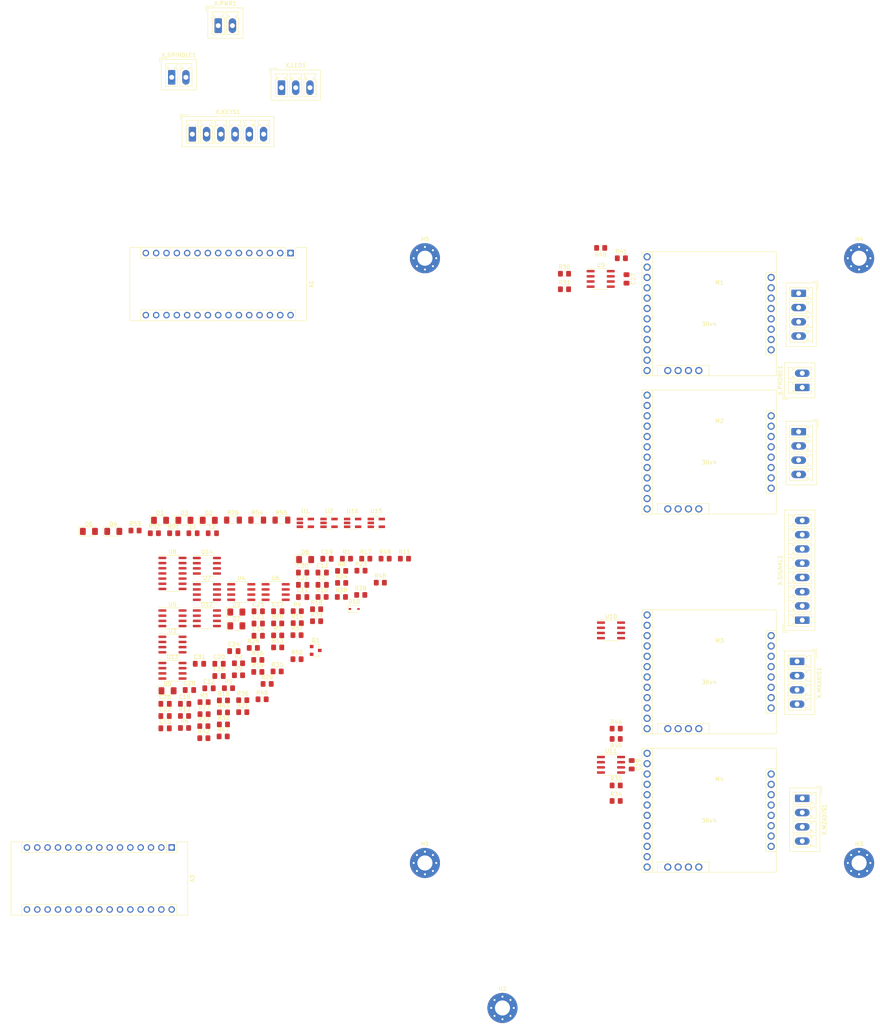
<source format=kicad_pcb>
(kicad_pcb (version 20171130) (host pcbnew "(5.1.9)-1")
  (layers (0 F.Cu signal) (31 B.Cu signal) (34 B.Paste user) (35 F.Paste user) (36 B.SilkS user) (37 F.SilkS user) (38 B.Mask user) (39 F.Mask user) (44 Edge.Cuts user))
  (net 0 "")
  (net 1 "Net-(A1-Pad1)")
  (net 2 "Net-(A1-Pad17)")
  (net 3 "Net-(A1-Pad2)")
  (net 4 "Net-(A1-Pad18)")
  (net 5 "Net-(A1-Pad3)")
  (net 6 /STALL_YA)
  (net 7 GND)
  (net 8 /STALL_YB)
  (net 9 /CS_YA)
  (net 10 /STALL_X)
  (net 11 /CS_YB)
  (net 12 /STALL_Z)
  (net 13 /CS_X)
  (net 14 /LIMIT_Z)
  (net 15 /CS_Z)
  (net 16 /LIMIT_X)
  (net 17 "Net-(A1-Pad9)")
  (net 18 /LIMIT_Y)
  (net 19 /STEPPER_ENABLE_OVERRIDE)
  (net 20 "Net-(A1-Pad26)")
  (net 21 /RESET)
  (net 22 VCC)
  (net 23 /ENABLE)
  (net 24 "Net-(A1-Pad28)")
  (net 25 /FAULT)
  (net 26 /MOSI)
  (net 27 "Net-(A1-Pad30)")
  (net 28 /MISO)
  (net 29 /GRBL/LimitZAxis)
  (net 30 "Net-(A3-Pad30)")
  (net 31 /GRBL/SpindlePWM)
  (net 32 /GRBL/LimitYAxis)
  (net 33 "Net-(A3-Pad28)")
  (net 34 /GRBL/LimitXAxis)
  (net 35 /GRBL/V5V)
  (net 36 "Net-(A3-Pad26)")
  (net 37 /GRBL/DirZAxis)
  (net 38 "Net-(A3-Pad25)")
  (net 39 /GRBL/DirYAxis)
  (net 40 /GRBL/Probe)
  (net 41 /GRBL/DirXAxis)
  (net 42 "Net-(A3-Pad23)")
  (net 43 /GRBL/PulseZAxis)
  (net 44 /GRBL/CoolantEnable)
  (net 45 /GRBL/PulseYAxis)
  (net 46 /GRBL/Start)
  (net 47 /GRBL/PulseXAxis)
  (net 48 /GRBL/FeedHold)
  (net 49 /GRBL/Abort)
  (net 50 "Net-(A3-Pad3)")
  (net 51 "Net-(A3-Pad18)")
  (net 52 "Net-(A3-Pad2)")
  (net 53 "Net-(A3-Pad17)")
  (net 54 "Net-(A3-Pad1)")
  (net 55 "Net-(C11-Pad1)")
  (net 56 /GRBL/LS_GND)
  (net 57 "Net-(C12-Pad2)")
  (net 58 "Net-(C13-Pad1)")
  (net 59 "Net-(C14-Pad2)")
  (net 60 "Net-(C15-Pad1)")
  (net 61 "Net-(C16-Pad2)")
  (net 62 /GRBL/AbortSW)
  (net 63 /GRBL/Y5V)
  (net 64 /GRBL/X5V)
  (net 65 /GRBL/Z5V)
  (net 66 "Net-(D1-Pad2)")
  (net 67 "Net-(D2-Pad2)")
  (net 68 "Net-(D3-Pad2)")
  (net 69 "Net-(D4-Pad2)")
  (net 70 "Net-(D5-Pad2)")
  (net 71 "Net-(D6-Pad2)")
  (net 72 "Net-(D7-Pad2)")
  (net 73 "Net-(D8-Pad2)")
  (net 74 "Net-(D9-Pad2)")
  (net 75 /VCC_PWR)
  (net 76 "Net-(C4-Pad1)")
  (net 77 "Net-(C5-Pad1)")
  (net 78 /SCLK)
  (net 79 "Net-(M1-Pad13)")
  (net 80 "Net-(M1-Pad14)")
  (net 81 "Net-(M1-Pad16)")
  (net 82 "Net-(M1-Pad17)")
  (net 83 "Net-(M1-Pad18)")
  (net 84 "Net-(M1-Pad19)")
  (net 85 "Net-(M1-Pad20)")
  (net 86 "Net-(M2-Pad20)")
  (net 87 "Net-(M2-Pad19)")
  (net 88 "Net-(M2-Pad18)")
  (net 89 "Net-(M2-Pad17)")
  (net 90 "Net-(M2-Pad16)")
  (net 91 "Net-(M2-Pad14)")
  (net 92 "Net-(M2-Pad13)")
  (net 93 "Net-(M2-Pad5)")
  (net 94 "Net-(M3-Pad13)")
  (net 95 "Net-(M3-Pad14)")
  (net 96 "Net-(M3-Pad16)")
  (net 97 "Net-(M3-Pad17)")
  (net 98 "Net-(M3-Pad18)")
  (net 99 "Net-(M3-Pad19)")
  (net 100 "Net-(M3-Pad20)")
  (net 101 "Net-(M4-Pad20)")
  (net 102 "Net-(M4-Pad19)")
  (net 103 "Net-(M4-Pad18)")
  (net 104 "Net-(M4-Pad17)")
  (net 105 "Net-(M4-Pad16)")
  (net 106 "Net-(M4-Pad14)")
  (net 107 "Net-(M4-Pad13)")
  (net 108 "Net-(Q1-Pad1)")
  (net 109 "Net-(R1-Pad1)")
  (net 110 "Net-(R2-Pad1)")
  (net 111 /GRBL/LimitYAxisMax)
  (net 112 /GRBL/LimitYAxisMin)
  (net 113 /GRBL/LimitXAxisMax)
  (net 114 /GRBL/LimitXAxisMin)
  (net 115 /GRBL/LimitZAxisMax)
  (net 116 /GRBL/LimitZAxisMin)
  (net 117 /GRBL/LSVCC)
  (net 118 "Net-(R13-Pad1)")
  (net 119 "Net-(R14-Pad1)")
  (net 120 "Net-(R15-Pad1)")
  (net 121 "Net-(R18-Pad1)")
  (net 122 "Net-(R19-Pad1)")
  (net 123 "Net-(R20-Pad1)")
  (net 124 "Net-(R26-Pad2)")
  (net 125 "Net-(R30-Pad1)")
  (net 126 "Net-(R31-Pad1)")
  (net 127 "Net-(R32-Pad1)")
  (net 128 "Net-(R33-Pad1)")
  (net 129 "Net-(R34-Pad1)")
  (net 130 "Net-(R35-Pad1)")
  (net 131 "Net-(R36-Pad1)")
  (net 132 "Net-(R37-Pad1)")
  (net 133 "Net-(R38-Pad1)")
  (net 134 "Net-(R39-Pad1)")
  (net 135 /STEPPER_ENABLE)
  (net 136 "Net-(R47-Pad2)")
  (net 137 "Net-(U16-Pad2)")
  (net 138 "Net-(U8-Pad11)")
  (net 139 "Net-(A3-Pad16)")
  (net 140 "Net-(C17-Pad1)")
  (net 141 "Net-(C18-Pad2)")
  (net 142 "Net-(C19-Pad1)")
  (net 143 "Net-(C20-Pad2)")
  (module MountingHole:MountingHole_3.7mm_Pad_Via (layer F.Cu) (at 90.17 -7.62)
    (fp_text reference H5 (at 0 -4.7) (layer F.SilkS))
    (fp_text value MountingHole)
    (pad 1 thru_hole circle (at 1.962221 -1.962221) (size 0.8 0.8) (drill 0.5) (layers *.Cu *.Mask))
    (pad 1 thru_hole circle (at 0 -2.775) (size 0.8 0.8) (drill 0.5) (layers *.Cu *.Mask))
    (pad 1 thru_hole circle (at -1.962221 -1.962221) (size 0.8 0.8) (drill 0.5) (layers *.Cu *.Mask))
    (pad 1 thru_hole circle (at -2.775 0) (size 0.8 0.8) (drill 0.5) (layers *.Cu *.Mask))
    (pad 1 thru_hole circle (at -1.962221 1.962221) (size 0.8 0.8) (drill 0.5) (layers *.Cu *.Mask))
    (pad 1 thru_hole circle (at 0 2.775) (size 0.8 0.8) (drill 0.5) (layers *.Cu *.Mask))
    (pad 1 thru_hole circle (at 1.962221 1.962221) (size 0.8 0.8) (drill 0.5) (layers *.Cu *.Mask))
    (pad 1 thru_hole circle (at 2.775 0) (size 0.8 0.8) (drill 0.5) (layers *.Cu *.Mask))
    (pad 1 thru_hole circle (at 0 0) (size 7.4 7.4) (drill 3.7) (layers *.Cu *.Mask))
  )
  (module MountingHole:MountingHole_3.7mm_Pad_Via (layer F.Cu) (at 196.85 -7.62)
    (fp_text reference H4 (at 0 -4.7) (layer F.SilkS))
    (fp_text value MountingHole)
    (pad 1 thru_hole circle (at 1.962221 -1.962221) (size 0.8 0.8) (drill 0.5) (layers *.Cu *.Mask))
    (pad 1 thru_hole circle (at 0 -2.775) (size 0.8 0.8) (drill 0.5) (layers *.Cu *.Mask))
    (pad 1 thru_hole circle (at -1.962221 -1.962221) (size 0.8 0.8) (drill 0.5) (layers *.Cu *.Mask))
    (pad 1 thru_hole circle (at -2.775 0) (size 0.8 0.8) (drill 0.5) (layers *.Cu *.Mask))
    (pad 1 thru_hole circle (at -1.962221 1.962221) (size 0.8 0.8) (drill 0.5) (layers *.Cu *.Mask))
    (pad 1 thru_hole circle (at 0 2.775) (size 0.8 0.8) (drill 0.5) (layers *.Cu *.Mask))
    (pad 1 thru_hole circle (at 1.962221 1.962221) (size 0.8 0.8) (drill 0.5) (layers *.Cu *.Mask))
    (pad 1 thru_hole circle (at 2.775 0) (size 0.8 0.8) (drill 0.5) (layers *.Cu *.Mask))
    (pad 1 thru_hole circle (at 0 0) (size 7.4 7.4) (drill 3.7) (layers *.Cu *.Mask))
  )
  (module MountingHole:MountingHole_3.7mm_Pad_Via (layer F.Cu) (at 196.85 140.97)
    (fp_text reference H3 (at 0 -4.7) (layer F.SilkS))
    (fp_text value MountingHole)
    (pad 1 thru_hole circle (at 1.962221 -1.962221) (size 0.8 0.8) (drill 0.5) (layers *.Cu *.Mask))
    (pad 1 thru_hole circle (at 0 -2.775) (size 0.8 0.8) (drill 0.5) (layers *.Cu *.Mask))
    (pad 1 thru_hole circle (at -1.962221 -1.962221) (size 0.8 0.8) (drill 0.5) (layers *.Cu *.Mask))
    (pad 1 thru_hole circle (at -2.775 0) (size 0.8 0.8) (drill 0.5) (layers *.Cu *.Mask))
    (pad 1 thru_hole circle (at -1.962221 1.962221) (size 0.8 0.8) (drill 0.5) (layers *.Cu *.Mask))
    (pad 1 thru_hole circle (at 0 2.775) (size 0.8 0.8) (drill 0.5) (layers *.Cu *.Mask))
    (pad 1 thru_hole circle (at 1.962221 1.962221) (size 0.8 0.8) (drill 0.5) (layers *.Cu *.Mask))
    (pad 1 thru_hole circle (at 2.775 0) (size 0.8 0.8) (drill 0.5) (layers *.Cu *.Mask))
    (pad 1 thru_hole circle (at 0 0) (size 7.4 7.4) (drill 3.7) (layers *.Cu *.Mask))
  )
  (module MountingHole:MountingHole_3.7mm_Pad_Via (layer F.Cu) (at 109.22 176.59)
    (fp_text reference H2 (at 0 -4.7) (layer F.SilkS))
    (fp_text value MountingHole)
    (pad 1 thru_hole circle (at 1.962221 -1.962221) (size 0.8 0.8) (drill 0.5) (layers *.Cu *.Mask))
    (pad 1 thru_hole circle (at 0 -2.775) (size 0.8 0.8) (drill 0.5) (layers *.Cu *.Mask))
    (pad 1 thru_hole circle (at -1.962221 -1.962221) (size 0.8 0.8) (drill 0.5) (layers *.Cu *.Mask))
    (pad 1 thru_hole circle (at -2.775 0) (size 0.8 0.8) (drill 0.5) (layers *.Cu *.Mask))
    (pad 1 thru_hole circle (at -1.962221 1.962221) (size 0.8 0.8) (drill 0.5) (layers *.Cu *.Mask))
    (pad 1 thru_hole circle (at 0 2.775) (size 0.8 0.8) (drill 0.5) (layers *.Cu *.Mask))
    (pad 1 thru_hole circle (at 1.962221 1.962221) (size 0.8 0.8) (drill 0.5) (layers *.Cu *.Mask))
    (pad 1 thru_hole circle (at 2.775 0) (size 0.8 0.8) (drill 0.5) (layers *.Cu *.Mask))
    (pad 1 thru_hole circle (at 0 0) (size 7.4 7.4) (drill 3.7) (layers *.Cu *.Mask))
  )
  (module MountingHole:MountingHole_3.7mm_Pad_Via (layer F.Cu) (at 90.17 140.97)
    (fp_text reference H1 (at 0 -4.7) (layer F.SilkS))
    (fp_text value MountingHole)
    (pad 1 thru_hole circle (at 1.962221 -1.962221) (size 0.8 0.8) (drill 0.5) (layers *.Cu *.Mask))
    (pad 1 thru_hole circle (at 0 -2.775) (size 0.8 0.8) (drill 0.5) (layers *.Cu *.Mask))
    (pad 1 thru_hole circle (at -1.962221 -1.962221) (size 0.8 0.8) (drill 0.5) (layers *.Cu *.Mask))
    (pad 1 thru_hole circle (at -2.775 0) (size 0.8 0.8) (drill 0.5) (layers *.Cu *.Mask))
    (pad 1 thru_hole circle (at -1.962221 1.962221) (size 0.8 0.8) (drill 0.5) (layers *.Cu *.Mask))
    (pad 1 thru_hole circle (at 0 2.775) (size 0.8 0.8) (drill 0.5) (layers *.Cu *.Mask))
    (pad 1 thru_hole circle (at 1.962221 1.962221) (size 0.8 0.8) (drill 0.5) (layers *.Cu *.Mask))
    (pad 1 thru_hole circle (at 2.775 0) (size 0.8 0.8) (drill 0.5) (layers *.Cu *.Mask))
    (pad 1 thru_hole circle (at 0 0) (size 7.4 7.4) (drill 3.7) (layers *.Cu *.Mask))
  )
  (module Module:Arduino_Nano (layer F.Cu) (at 57.15 -8.89 270)
    (fp_text reference A1 (at 7.62 -5.08 90) (layer F.SilkS))
    (fp_text value Arduino_Nano_v3.x)
    (pad 1 thru_hole rect (at 0 0 270) (size 1.6 1.6) (drill 1) (layers *.Cu *.Mask) (net 1 "Net-(A1-Pad1)"))
    (pad 17 thru_hole oval (at 15.24 33.02 270) (size 1.6 1.6) (drill 1) (layers *.Cu *.Mask) (net 2 "Net-(A1-Pad17)"))
    (pad 2 thru_hole oval (at 0 2.54 270) (size 1.6 1.6) (drill 1) (layers *.Cu *.Mask) (net 3 "Net-(A1-Pad2)"))
    (pad 18 thru_hole oval (at 15.24 30.48 270) (size 1.6 1.6) (drill 1) (layers *.Cu *.Mask) (net 4 "Net-(A1-Pad18)"))
    (pad 3 thru_hole oval (at 0 5.08 270) (size 1.6 1.6) (drill 1) (layers *.Cu *.Mask) (net 5 "Net-(A1-Pad3)"))
    (pad 19 thru_hole oval (at 15.24 27.94 270) (size 1.6 1.6) (drill 1) (layers *.Cu *.Mask) (net 6 /STALL_YA))
    (pad 4 thru_hole oval (at 0 7.62 270) (size 1.6 1.6) (drill 1) (layers *.Cu *.Mask) (net 7 GND))
    (pad 20 thru_hole oval (at 15.24 25.4 270) (size 1.6 1.6) (drill 1) (layers *.Cu *.Mask) (net 8 /STALL_YB))
    (pad 5 thru_hole oval (at 0 10.16 270) (size 1.6 1.6) (drill 1) (layers *.Cu *.Mask) (net 9 /CS_YA))
    (pad 21 thru_hole oval (at 15.24 22.86 270) (size 1.6 1.6) (drill 1) (layers *.Cu *.Mask) (net 10 /STALL_X))
    (pad 6 thru_hole oval (at 0 12.7 270) (size 1.6 1.6) (drill 1) (layers *.Cu *.Mask) (net 11 /CS_YB))
    (pad 22 thru_hole oval (at 15.24 20.32 270) (size 1.6 1.6) (drill 1) (layers *.Cu *.Mask) (net 12 /STALL_Z))
    (pad 7 thru_hole oval (at 0 15.24 270) (size 1.6 1.6) (drill 1) (layers *.Cu *.Mask) (net 13 /CS_X))
    (pad 23 thru_hole oval (at 15.24 17.78 270) (size 1.6 1.6) (drill 1) (layers *.Cu *.Mask) (net 14 /LIMIT_Z))
    (pad 8 thru_hole oval (at 0 17.78 270) (size 1.6 1.6) (drill 1) (layers *.Cu *.Mask) (net 15 /CS_Z))
    (pad 24 thru_hole oval (at 15.24 15.24 270) (size 1.6 1.6) (drill 1) (layers *.Cu *.Mask) (net 16 /LIMIT_X))
    (pad 9 thru_hole oval (at 0 20.32 270) (size 1.6 1.6) (drill 1) (layers *.Cu *.Mask) (net 17 "Net-(A1-Pad9)"))
    (pad 25 thru_hole oval (at 15.24 12.7 270) (size 1.6 1.6) (drill 1) (layers *.Cu *.Mask) (net 18 /LIMIT_Y))
    (pad 10 thru_hole oval (at 0 22.86 270) (size 1.6 1.6) (drill 1) (layers *.Cu *.Mask) (net 19 /STEPPER_ENABLE_OVERRIDE))
    (pad 26 thru_hole oval (at 15.24 10.16 270) (size 1.6 1.6) (drill 1) (layers *.Cu *.Mask) (net 20 "Net-(A1-Pad26)"))
    (pad 11 thru_hole oval (at 0 25.4 270) (size 1.6 1.6) (drill 1) (layers *.Cu *.Mask) (net 21 /RESET))
    (pad 27 thru_hole oval (at 15.24 7.62 270) (size 1.6 1.6) (drill 1) (layers *.Cu *.Mask) (net 22 VCC))
    (pad 12 thru_hole oval (at 0 27.94 270) (size 1.6 1.6) (drill 1) (layers *.Cu *.Mask) (net 23 /ENABLE))
    (pad 28 thru_hole oval (at 15.24 5.08 270) (size 1.6 1.6) (drill 1) (layers *.Cu *.Mask) (net 24 "Net-(A1-Pad28)"))
    (pad 13 thru_hole oval (at 0 30.48 270) (size 1.6 1.6) (drill 1) (layers *.Cu *.Mask) (net 25 /FAULT))
    (pad 29 thru_hole oval (at 15.24 2.54 270) (size 1.6 1.6) (drill 1) (layers *.Cu *.Mask) (net 7 GND))
    (pad 14 thru_hole oval (at 0 33.02 270) (size 1.6 1.6) (drill 1) (layers *.Cu *.Mask) (net 26 /MOSI))
    (pad 30 thru_hole oval (at 15.24 0 270) (size 1.6 1.6) (drill 1) (layers *.Cu *.Mask) (net 27 "Net-(A1-Pad30)"))
    (pad 15 thru_hole oval (at 0 35.56 270) (size 1.6 1.6) (drill 1) (layers *.Cu *.Mask) (net 28 /MISO))
    (pad 16 thru_hole oval (at 15.24 35.56 270) (size 1.6 1.6) (drill 1) (layers *.Cu *.Mask) (net 78 /SCLK))
  )
  (module Module:Arduino_Nano (layer F.Cu) (at 27.94 137.16 270)
    (fp_text reference A3 (at 7.62 -5.08 90) (layer F.SilkS))
    (fp_text value Arduino_Nano_v3.x)
    (pad 16 thru_hole oval (at 15.24 35.56 270) (size 1.6 1.6) (drill 1) (layers *.Cu *.Mask) (net 139 "Net-(A3-Pad16)"))
    (pad 15 thru_hole oval (at 0 35.56 270) (size 1.6 1.6) (drill 1) (layers *.Cu *.Mask) (net 29 /GRBL/LimitZAxis))
    (pad 30 thru_hole oval (at 15.24 0 270) (size 1.6 1.6) (drill 1) (layers *.Cu *.Mask) (net 30 "Net-(A3-Pad30)"))
    (pad 14 thru_hole oval (at 0 33.02 270) (size 1.6 1.6) (drill 1) (layers *.Cu *.Mask) (net 31 /GRBL/SpindlePWM))
    (pad 29 thru_hole oval (at 15.24 2.54 270) (size 1.6 1.6) (drill 1) (layers *.Cu *.Mask) (net 7 GND))
    (pad 13 thru_hole oval (at 0 30.48 270) (size 1.6 1.6) (drill 1) (layers *.Cu *.Mask) (net 32 /GRBL/LimitYAxis))
    (pad 28 thru_hole oval (at 15.24 5.08 270) (size 1.6 1.6) (drill 1) (layers *.Cu *.Mask) (net 33 "Net-(A3-Pad28)"))
    (pad 12 thru_hole oval (at 0 27.94 270) (size 1.6 1.6) (drill 1) (layers *.Cu *.Mask) (net 34 /GRBL/LimitXAxis))
    (pad 27 thru_hole oval (at 15.24 7.62 270) (size 1.6 1.6) (drill 1) (layers *.Cu *.Mask) (net 35 /GRBL/V5V))
    (pad 11 thru_hole oval (at 0 25.4 270) (size 1.6 1.6) (drill 1) (layers *.Cu *.Mask) (net 135 /STEPPER_ENABLE))
    (pad 26 thru_hole oval (at 15.24 10.16 270) (size 1.6 1.6) (drill 1) (layers *.Cu *.Mask) (net 36 "Net-(A3-Pad26)"))
    (pad 10 thru_hole oval (at 0 22.86 270) (size 1.6 1.6) (drill 1) (layers *.Cu *.Mask) (net 37 /GRBL/DirZAxis))
    (pad 25 thru_hole oval (at 15.24 12.7 270) (size 1.6 1.6) (drill 1) (layers *.Cu *.Mask) (net 38 "Net-(A3-Pad25)"))
    (pad 9 thru_hole oval (at 0 20.32 270) (size 1.6 1.6) (drill 1) (layers *.Cu *.Mask) (net 39 /GRBL/DirYAxis))
    (pad 24 thru_hole oval (at 15.24 15.24 270) (size 1.6 1.6) (drill 1) (layers *.Cu *.Mask) (net 40 /GRBL/Probe))
    (pad 8 thru_hole oval (at 0 17.78 270) (size 1.6 1.6) (drill 1) (layers *.Cu *.Mask) (net 41 /GRBL/DirXAxis))
    (pad 23 thru_hole oval (at 15.24 17.78 270) (size 1.6 1.6) (drill 1) (layers *.Cu *.Mask) (net 42 "Net-(A3-Pad23)"))
    (pad 7 thru_hole oval (at 0 15.24 270) (size 1.6 1.6) (drill 1) (layers *.Cu *.Mask) (net 43 /GRBL/PulseZAxis))
    (pad 22 thru_hole oval (at 15.24 20.32 270) (size 1.6 1.6) (drill 1) (layers *.Cu *.Mask) (net 44 /GRBL/CoolantEnable))
    (pad 6 thru_hole oval (at 0 12.7 270) (size 1.6 1.6) (drill 1) (layers *.Cu *.Mask) (net 45 /GRBL/PulseYAxis))
    (pad 21 thru_hole oval (at 15.24 22.86 270) (size 1.6 1.6) (drill 1) (layers *.Cu *.Mask) (net 46 /GRBL/Start))
    (pad 5 thru_hole oval (at 0 10.16 270) (size 1.6 1.6) (drill 1) (layers *.Cu *.Mask) (net 47 /GRBL/PulseXAxis))
    (pad 20 thru_hole oval (at 15.24 25.4 270) (size 1.6 1.6) (drill 1) (layers *.Cu *.Mask) (net 48 /GRBL/FeedHold))
    (pad 4 thru_hole oval (at 0 7.62 270) (size 1.6 1.6) (drill 1) (layers *.Cu *.Mask) (net 7 GND))
    (pad 19 thru_hole oval (at 15.24 27.94 270) (size 1.6 1.6) (drill 1) (layers *.Cu *.Mask) (net 49 /GRBL/Abort))
    (pad 3 thru_hole oval (at 0 5.08 270) (size 1.6 1.6) (drill 1) (layers *.Cu *.Mask) (net 50 "Net-(A3-Pad3)"))
    (pad 18 thru_hole oval (at 15.24 30.48 270) (size 1.6 1.6) (drill 1) (layers *.Cu *.Mask) (net 51 "Net-(A3-Pad18)"))
    (pad 2 thru_hole oval (at 0 2.54 270) (size 1.6 1.6) (drill 1) (layers *.Cu *.Mask) (net 52 "Net-(A3-Pad2)"))
    (pad 17 thru_hole oval (at 15.24 33.02 270) (size 1.6 1.6) (drill 1) (layers *.Cu *.Mask) (net 53 "Net-(A3-Pad17)"))
    (pad 1 thru_hole rect (at 0 0 270) (size 1.6 1.6) (drill 1) (layers *.Cu *.Mask) (net 54 "Net-(A3-Pad1)"))
  )
  (module Capacitor_SMD:C_0805_2012Metric_Pad1.18x1.45mm_HandSolder (layer F.Cu) (at 64.925001 72.625001)
    (fp_text reference C1 (at 0 -1.68) (layer F.SilkS))
    (fp_text value 0.1u)
    (pad 2 smd roundrect (at 1.0375 0) (size 1.175 1.45) (layers F.Cu F.Paste F.Mask) (roundrect_rratio 0.212766) (net 7 GND))
    (pad 1 smd roundrect (at -1.0375 0) (size 1.175 1.45) (layers F.Cu F.Paste F.Mask) (roundrect_rratio 0.212766) (net 22 VCC))
  )
  (module Capacitor_SMD:C_0805_2012Metric_Pad1.18x1.45mm_HandSolder (layer F.Cu) (at 60.115001 75.635001)
    (fp_text reference C11 (at 0 -1.68) (layer F.SilkS))
    (fp_text value 0.1u)
    (pad 1 smd roundrect (at -1.0375 0) (size 1.175 1.45) (layers F.Cu F.Paste F.Mask) (roundrect_rratio 0.212766) (net 55 "Net-(C11-Pad1)"))
    (pad 2 smd roundrect (at 1.0375 0) (size 1.175 1.45) (layers F.Cu F.Paste F.Mask) (roundrect_rratio 0.212766) (net 111 /GRBL/LimitYAxisMax))
  )
  (module Capacitor_SMD:C_0805_2012Metric_Pad1.18x1.45mm_HandSolder (layer F.Cu) (at 37.115001 98.045001)
    (fp_text reference C12 (at 0 -1.68) (layer F.SilkS))
    (fp_text value 0.1u)
    (pad 1 smd roundrect (at -1.0375 0) (size 1.175 1.45) (layers F.Cu F.Paste F.Mask) (roundrect_rratio 0.212766) (net 112 /GRBL/LimitYAxisMin))
    (pad 2 smd roundrect (at 1.0375 0) (size 1.175 1.45) (layers F.Cu F.Paste F.Mask) (roundrect_rratio 0.212766) (net 57 "Net-(C12-Pad2)"))
  )
  (module Capacitor_SMD:C_0805_2012Metric_Pad1.18x1.45mm_HandSolder (layer F.Cu) (at 64.925001 69.615001)
    (fp_text reference C13 (at 0 -1.68) (layer F.SilkS))
    (fp_text value 0.1u)
    (pad 2 smd roundrect (at 1.0375 0) (size 1.175 1.45) (layers F.Cu F.Paste F.Mask) (roundrect_rratio 0.212766) (net 113 /GRBL/LimitXAxisMax))
    (pad 1 smd roundrect (at -1.0375 0) (size 1.175 1.45) (layers F.Cu F.Paste F.Mask) (roundrect_rratio 0.212766) (net 58 "Net-(C13-Pad1)"))
  )
  (module Capacitor_SMD:C_0805_2012Metric_Pad1.18x1.45mm_HandSolder (layer F.Cu) (at 49.205001 85.145001)
    (fp_text reference C14 (at 0 -1.68) (layer F.SilkS))
    (fp_text value 0.1u)
    (pad 1 smd roundrect (at -1.0375 0) (size 1.175 1.45) (layers F.Cu F.Paste F.Mask) (roundrect_rratio 0.212766) (net 114 /GRBL/LimitXAxisMin))
    (pad 2 smd roundrect (at 1.0375 0) (size 1.175 1.45) (layers F.Cu F.Paste F.Mask) (roundrect_rratio 0.212766) (net 59 "Net-(C14-Pad2)"))
  )
  (module Capacitor_SMD:C_0805_2012Metric_Pad1.18x1.45mm_HandSolder (layer F.Cu) (at 26.315001 107.885001)
    (fp_text reference C15 (at 0 -1.68) (layer F.SilkS))
    (fp_text value 0.1u)
    (pad 1 smd roundrect (at -1.0375 0) (size 1.175 1.45) (layers F.Cu F.Paste F.Mask) (roundrect_rratio 0.212766) (net 60 "Net-(C15-Pad1)"))
    (pad 2 smd roundrect (at 1.0375 0) (size 1.175 1.45) (layers F.Cu F.Paste F.Mask) (roundrect_rratio 0.212766) (net 115 /GRBL/LimitZAxisMax))
  )
  (module Capacitor_SMD:C_0805_2012Metric_Pad1.18x1.45mm_HandSolder (layer F.Cu) (at 39.575001 95.035001)
    (fp_text reference C16 (at 0 -1.68) (layer F.SilkS))
    (fp_text value 0.1u)
    (pad 2 smd roundrect (at 1.0375 0) (size 1.175 1.45) (layers F.Cu F.Paste F.Mask) (roundrect_rratio 0.212766) (net 61 "Net-(C16-Pad2)"))
    (pad 1 smd roundrect (at -1.0375 0) (size 1.175 1.45) (layers F.Cu F.Paste F.Mask) (roundrect_rratio 0.212766) (net 116 /GRBL/LimitZAxisMin))
  )
  (module Capacitor_SMD:C_0805_2012Metric_Pad1.18x1.45mm_HandSolder (layer F.Cu) (at 54.015001 79.125001)
    (fp_text reference C17 (at 0 -1.68) (layer F.SilkS))
    (fp_text value 0.1u)
    (pad 2 smd roundrect (at 1.0375 0) (size 1.175 1.45) (layers F.Cu F.Paste F.Mask) (roundrect_rratio 0.212766) (net 56 /GRBL/LS_GND))
    (pad 1 smd roundrect (at -1.0375 0) (size 1.175 1.45) (layers F.Cu F.Paste F.Mask) (roundrect_rratio 0.212766) (net 140 "Net-(C17-Pad1)"))
  )
  (module Capacitor_SMD:C_0805_2012Metric_Pad1.18x1.45mm_HandSolder (layer F.Cu) (at 31.125001 101.865001)
    (fp_text reference C18 (at 0 -1.68) (layer F.SilkS))
    (fp_text value 0.1u)
    (pad 1 smd roundrect (at -1.0375 0) (size 1.175 1.45) (layers F.Cu F.Paste F.Mask) (roundrect_rratio 0.212766) (net 56 /GRBL/LS_GND))
    (pad 2 smd roundrect (at 1.0375 0) (size 1.175 1.45) (layers F.Cu F.Paste F.Mask) (roundrect_rratio 0.212766) (net 141 "Net-(C18-Pad2)"))
  )
  (module Capacitor_SMD:C_0805_2012Metric_Pad1.18x1.45mm_HandSolder (layer F.Cu) (at 66.105001 66.225001)
    (fp_text reference C19 (at 0 -1.68) (layer F.SilkS))
    (fp_text value 0.1u)
    (pad 1 smd roundrect (at -1.0375 0) (size 1.175 1.45) (layers F.Cu F.Paste F.Mask) (roundrect_rratio 0.212766) (net 142 "Net-(C19-Pad1)"))
    (pad 2 smd roundrect (at 1.0375 0) (size 1.175 1.45) (layers F.Cu F.Paste F.Mask) (roundrect_rratio 0.212766) (net 56 /GRBL/LS_GND))
  )
  (module Capacitor_SMD:C_0805_2012Metric_Pad1.18x1.45mm_HandSolder (layer F.Cu) (at 39.575001 92.025001)
    (fp_text reference C20 (at 0 -1.68) (layer F.SilkS))
    (fp_text value 0.1u)
    (pad 1 smd roundrect (at -1.0375 0) (size 1.175 1.45) (layers F.Cu F.Paste F.Mask) (roundrect_rratio 0.212766) (net 56 /GRBL/LS_GND))
    (pad 2 smd roundrect (at 1.0375 0) (size 1.175 1.45) (layers F.Cu F.Paste F.Mask) (roundrect_rratio 0.212766) (net 143 "Net-(C20-Pad2)"))
  )
  (module Capacitor_SMD:C_0805_2012Metric_Pad1.18x1.45mm_HandSolder (layer F.Cu) (at 60.115001 72.625001)
    (fp_text reference C21 (at 0 -1.68) (layer F.SilkS))
    (fp_text value 0.1u)
    (pad 1 smd roundrect (at -1.0375 0) (size 1.175 1.45) (layers F.Cu F.Paste F.Mask) (roundrect_rratio 0.212766) (net 35 /GRBL/V5V))
    (pad 2 smd roundrect (at 1.0375 0) (size 1.175 1.45) (layers F.Cu F.Paste F.Mask) (roundrect_rratio 0.212766) (net 7 GND))
  )
  (module Capacitor_SMD:C_0805_2012Metric_Pad1.18x1.45mm_HandSolder (layer F.Cu) (at 26.315001 104.875001)
    (fp_text reference C22 (at 0 -1.68) (layer F.SilkS))
    (fp_text value 0.1u)
    (pad 2 smd roundrect (at 1.0375 0) (size 1.175 1.45) (layers F.Cu F.Paste F.Mask) (roundrect_rratio 0.212766) (net 7 GND))
    (pad 1 smd roundrect (at -1.0375 0) (size 1.175 1.45) (layers F.Cu F.Paste F.Mask) (roundrect_rratio 0.212766) (net 35 /GRBL/V5V))
  )
  (module Capacitor_SMD:C_0805_2012Metric_Pad1.18x1.45mm_HandSolder (layer F.Cu) (at 49.205001 82.135001)
    (fp_text reference C23 (at 0 -1.68) (layer F.SilkS))
    (fp_text value 0.1u)
    (pad 2 smd roundrect (at 1.0375 0) (size 1.175 1.45) (layers F.Cu F.Paste F.Mask) (roundrect_rratio 0.212766) (net 7 GND))
    (pad 1 smd roundrect (at -1.0375 0) (size 1.175 1.45) (layers F.Cu F.Paste F.Mask) (roundrect_rratio 0.212766) (net 35 /GRBL/V5V))
  )
  (module Capacitor_SMD:C_0805_2012Metric_Pad1.18x1.45mm_HandSolder (layer F.Cu) (at 43.215001 88.915001)
    (fp_text reference C24 (at 0 -1.68) (layer F.SilkS))
    (fp_text value 0.1u)
    (pad 2 smd roundrect (at 1.0375 0) (size 1.175 1.45) (layers F.Cu F.Paste F.Mask) (roundrect_rratio 0.212766) (net 7 GND))
    (pad 1 smd roundrect (at -1.0375 0) (size 1.175 1.45) (layers F.Cu F.Paste F.Mask) (roundrect_rratio 0.212766) (net 35 /GRBL/V5V))
  )
  (module Capacitor_SMD:C_0805_2012Metric_Pad1.18x1.45mm_HandSolder (layer F.Cu) (at 49.205001 79.125001)
    (fp_text reference C25 (at 0 -1.68) (layer F.SilkS))
    (fp_text value 0.1u)
    (pad 2 smd roundrect (at 1.0375 0) (size 1.175 1.45) (layers F.Cu F.Paste F.Mask) (roundrect_rratio 0.212766) (net 7 GND))
    (pad 1 smd roundrect (at -1.0375 0) (size 1.175 1.45) (layers F.Cu F.Paste F.Mask) (roundrect_rratio 0.212766) (net 35 /GRBL/V5V))
  )
  (module Capacitor_SMD:C_0805_2012Metric_Pad1.18x1.45mm_HandSolder (layer F.Cu) (at 26.315001 101.865001)
    (fp_text reference C26 (at 0 -1.68) (layer F.SilkS))
    (fp_text value 0.1u)
    (pad 2 smd roundrect (at 1.0375 0) (size 1.175 1.45) (layers F.Cu F.Paste F.Mask) (roundrect_rratio 0.212766) (net 7 GND))
    (pad 1 smd roundrect (at -1.0375 0) (size 1.175 1.45) (layers F.Cu F.Paste F.Mask) (roundrect_rratio 0.212766) (net 35 /GRBL/V5V))
  )
  (module Capacitor_SMD:C_0805_2012Metric_Pad1.18x1.45mm_HandSolder (layer F.Cu) (at 139.7 -2.54 270)
    (fp_text reference C27 (at 0 -1.68 90) (layer F.SilkS))
    (fp_text value 0.1u)
    (pad 2 smd roundrect (at 1.0375 0 270) (size 1.175 1.45) (layers F.Cu F.Paste F.Mask) (roundrect_rratio 0.212766) (net 7 GND))
    (pad 1 smd roundrect (at -1.0375 0 270) (size 1.175 1.45) (layers F.Cu F.Paste F.Mask) (roundrect_rratio 0.212766) (net 63 /GRBL/Y5V))
  )
  (module Capacitor_SMD:C_0805_2012Metric_Pad1.18x1.45mm_HandSolder (layer F.Cu) (at 32.305001 98.475001)
    (fp_text reference C28 (at 0 -1.68) (layer F.SilkS))
    (fp_text value 0.1u)
    (pad 1 smd roundrect (at -1.0375 0) (size 1.175 1.45) (layers F.Cu F.Paste F.Mask) (roundrect_rratio 0.212766) (net 64 /GRBL/X5V))
    (pad 2 smd roundrect (at 1.0375 0) (size 1.175 1.45) (layers F.Cu F.Paste F.Mask) (roundrect_rratio 0.212766) (net 7 GND))
  )
  (module Capacitor_SMD:C_0805_2012Metric_Pad1.18x1.45mm_HandSolder (layer F.Cu) (at 140.97 116.84 270)
    (fp_text reference C29 (at 0 -1.68 90) (layer F.SilkS))
    (fp_text value 0.1u)
    (pad 2 smd roundrect (at 1.0375 0 270) (size 1.175 1.45) (layers F.Cu F.Paste F.Mask) (roundrect_rratio 0.212766) (net 7 GND))
    (pad 1 smd roundrect (at -1.0375 0 270) (size 1.175 1.45) (layers F.Cu F.Paste F.Mask) (roundrect_rratio 0.212766) (net 65 /GRBL/Z5V))
  )
  (module Capacitor_SMD:C_0805_2012Metric_Pad1.18x1.45mm_HandSolder (layer F.Cu) (at 60.115001 69.615001)
    (fp_text reference C30 (at 0 -1.68) (layer F.SilkS))
    (fp_text value 0.1u)
    (pad 1 smd roundrect (at -1.0375 0) (size 1.175 1.45) (layers F.Cu F.Paste F.Mask) (roundrect_rratio 0.212766) (net 22 VCC))
    (pad 2 smd roundrect (at 1.0375 0) (size 1.175 1.45) (layers F.Cu F.Paste F.Mask) (roundrect_rratio 0.212766) (net 7 GND))
  )
  (module Capacitor_SMD:C_0805_2012Metric_Pad1.18x1.45mm_HandSolder (layer F.Cu) (at 34.765001 92.025001)
    (fp_text reference C31 (at 0 -1.68) (layer F.SilkS))
    (fp_text value 0.1u)
    (pad 1 smd roundrect (at -1.0375 0) (size 1.175 1.45) (layers F.Cu F.Paste F.Mask) (roundrect_rratio 0.212766) (net 22 VCC))
    (pad 2 smd roundrect (at 1.0375 0) (size 1.175 1.45) (layers F.Cu F.Paste F.Mask) (roundrect_rratio 0.212766) (net 7 GND))
  )
  (module LED_SMD:LED_1206_3216Metric_Pad1.42x1.75mm_HandSolder (layer F.Cu) (at 25.080001 56.775001)
    (fp_text reference D1 (at 0 -1.82) (layer F.SilkS))
    (fp_text value LED)
    (pad 1 smd roundrect (at -1.4875 0) (size 1.425 1.75) (layers F.Cu F.Paste F.Mask) (roundrect_rratio 0.175439) (net 7 GND))
    (pad 2 smd roundrect (at 1.4875 0) (size 1.425 1.75) (layers F.Cu F.Paste F.Mask) (roundrect_rratio 0.175439) (net 66 "Net-(D1-Pad2)"))
  )
  (module LED_SMD:LED_1206_3216Metric_Pad1.42x1.75mm_HandSolder (layer F.Cu) (at 37.060001 56.775001)
    (fp_text reference D2 (at 0 -1.82) (layer F.SilkS))
    (fp_text value LED)
    (pad 1 smd roundrect (at -1.4875 0) (size 1.425 1.75) (layers F.Cu F.Paste F.Mask) (roundrect_rratio 0.175439) (net 7 GND))
    (pad 2 smd roundrect (at 1.4875 0) (size 1.425 1.75) (layers F.Cu F.Paste F.Mask) (roundrect_rratio 0.175439) (net 67 "Net-(D2-Pad2)"))
  )
  (module LED_SMD:LED_1206_3216Metric_Pad1.42x1.75mm_HandSolder (layer F.Cu) (at 31.070001 56.775001)
    (fp_text reference D3 (at 0 -1.82) (layer F.SilkS))
    (fp_text value LED)
    (pad 1 smd roundrect (at -1.4875 0) (size 1.425 1.75) (layers F.Cu F.Paste F.Mask) (roundrect_rratio 0.175439) (net 7 GND))
    (pad 2 smd roundrect (at 1.4875 0) (size 1.425 1.75) (layers F.Cu F.Paste F.Mask) (roundrect_rratio 0.175439) (net 68 "Net-(D3-Pad2)"))
  )
  (module LED_SMD:LED_1206_3216Metric_Pad1.42x1.75mm_HandSolder (layer F.Cu) (at 13.590001 59.505001)
    (fp_text reference D4 (at 0 -1.82) (layer F.SilkS))
    (fp_text value LED)
    (pad 2 smd roundrect (at 1.4875 0) (size 1.425 1.75) (layers F.Cu F.Paste F.Mask) (roundrect_rratio 0.175439) (net 69 "Net-(D4-Pad2)"))
    (pad 1 smd roundrect (at -1.4875 0) (size 1.425 1.75) (layers F.Cu F.Paste F.Mask) (roundrect_rratio 0.175439) (net 56 /GRBL/LS_GND))
  )
  (module LED_SMD:LED_1206_3216Metric_Pad1.42x1.75mm_HandSolder (layer F.Cu) (at 26.930001 98.665001)
    (fp_text reference D5 (at 0 -1.82) (layer F.SilkS))
    (fp_text value LED)
    (pad 2 smd roundrect (at 1.4875 0) (size 1.425 1.75) (layers F.Cu F.Paste F.Mask) (roundrect_rratio 0.175439) (net 70 "Net-(D5-Pad2)"))
    (pad 1 smd roundrect (at -1.4875 0) (size 1.425 1.75) (layers F.Cu F.Paste F.Mask) (roundrect_rratio 0.175439) (net 7 GND))
  )
  (module LED_SMD:LED_1206_3216Metric_Pad1.42x1.75mm_HandSolder (layer F.Cu) (at 7.600001 59.505001)
    (fp_text reference D6 (at 0 -1.82) (layer F.SilkS))
    (fp_text value LED)
    (pad 2 smd roundrect (at 1.4875 0) (size 1.425 1.75) (layers F.Cu F.Paste F.Mask) (roundrect_rratio 0.175439) (net 71 "Net-(D6-Pad2)"))
    (pad 1 smd roundrect (at -1.4875 0) (size 1.425 1.75) (layers F.Cu F.Paste F.Mask) (roundrect_rratio 0.175439) (net 7 GND))
  )
  (module LED_SMD:LED_1206_3216Metric_Pad1.42x1.75mm_HandSolder (layer F.Cu) (at 43.830001 82.705001)
    (fp_text reference D7 (at 0 -1.82) (layer F.SilkS))
    (fp_text value LED_RED)
    (pad 1 smd roundrect (at -1.4875 0) (size 1.425 1.75) (layers F.Cu F.Paste F.Mask) (roundrect_rratio 0.175439) (net 7 GND))
    (pad 2 smd roundrect (at 1.4875 0) (size 1.425 1.75) (layers F.Cu F.Paste F.Mask) (roundrect_rratio 0.175439) (net 72 "Net-(D7-Pad2)"))
  )
  (module LED_SMD:LED_1206_3216Metric_Pad1.42x1.75mm_HandSolder (layer F.Cu) (at 60.730001 66.415001)
    (fp_text reference D8 (at 0 -1.82) (layer F.SilkS))
    (fp_text value LED_RED)
    (pad 1 smd roundrect (at -1.4875 0) (size 1.425 1.75) (layers F.Cu F.Paste F.Mask) (roundrect_rratio 0.175439) (net 7 GND))
    (pad 2 smd roundrect (at 1.4875 0) (size 1.425 1.75) (layers F.Cu F.Paste F.Mask) (roundrect_rratio 0.175439) (net 73 "Net-(D8-Pad2)"))
  )
  (module LED_SMD:LED_1206_3216Metric_Pad1.42x1.75mm_HandSolder (layer F.Cu) (at 43.830001 79.315001)
    (fp_text reference D9 (at 0 -1.82) (layer F.SilkS))
    (fp_text value LED)
    (pad 2 smd roundrect (at 1.4875 0) (size 1.425 1.75) (layers F.Cu F.Paste F.Mask) (roundrect_rratio 0.175439) (net 74 "Net-(D9-Pad2)"))
    (pad 1 smd roundrect (at -1.4875 0) (size 1.425 1.75) (layers F.Cu F.Paste F.Mask) (roundrect_rratio 0.175439) (net 7 GND))
  )
  (module Diode_SMD:D_SOD-323 (layer F.Cu) (at 72.795001 78.555001)
    (fp_text reference D10 (at 0 -1.85) (layer F.SilkS))
    (fp_text value P4SMA6.8)
    (pad 1 smd rect (at -1.05 0) (size 0.6 0.45) (layers F.Cu F.Paste F.Mask) (net 22 VCC))
    (pad 2 smd rect (at 1.05 0) (size 0.6 0.45) (layers F.Cu F.Paste F.Mask) (net 31 /GRBL/SpindlePWM))
  )
  (module Inductor_SMD:L_0805_2012Metric_Pad1.15x1.40mm_HandSolder (layer F.Cu) (at 33.185001 59.945001)
    (fp_text reference L1 (at 0 -1.65) (layer F.SilkS))
    (fp_text value 18u)
    (pad 1 smd roundrect (at -1.025 0) (size 1.15 1.4) (layers F.Cu F.Paste F.Mask) (roundrect_rratio 0.217391) (net 75 /VCC_PWR))
    (pad 2 smd roundrect (at 1.025 0) (size 1.15 1.4) (layers F.Cu F.Paste F.Mask) (roundrect_rratio 0.217391) (net 76 "Net-(C4-Pad1)"))
  )
  (module Inductor_SMD:L_0805_2012Metric_Pad1.15x1.40mm_HandSolder (layer F.Cu) (at 37.935001 59.945001)
    (fp_text reference L2 (at 0 -1.65) (layer F.SilkS))
    (fp_text value 18u)
    (pad 2 smd roundrect (at 1.025 0) (size 1.15 1.4) (layers F.Cu F.Paste F.Mask) (roundrect_rratio 0.217391) (net 77 "Net-(C5-Pad1)"))
    (pad 1 smd roundrect (at -1.025 0) (size 1.15 1.4) (layers F.Cu F.Paste F.Mask) (roundrect_rratio 0.217391) (net 75 /VCC_PWR))
  )
  (module polulu:Polulu-3730 (layer F.Cu) (at 160 6)
    (fp_text reference M1 (at 2.54 -7.62) (layer F.SilkS))
    (fp_text value Polulu3730)
    (fp_text user 36v4 (at 0 2.54) (layer F.SilkS))
    (pad 12 thru_hole circle (at -15.24 13.97) (size 1.778 1.778) (drill 1.143) (layers *.Cu *.Mask) (net 25 /FAULT))
    (pad 11 thru_hole circle (at -15.24 11.43) (size 1.778 1.778) (drill 1.143) (layers *.Cu *.Mask) (net 21 /RESET))
    (pad 10 thru_hole circle (at -15.24 8.89) (size 1.778 1.778) (drill 1.143) (layers *.Cu *.Mask) (net 23 /ENABLE))
    (pad 9 thru_hole circle (at -15.24 6.35) (size 1.778 1.778) (drill 1.143) (layers *.Cu *.Mask) (net 9 /CS_YA))
    (pad 8 thru_hole circle (at -15.24 3.81) (size 1.778 1.778) (drill 1.143) (layers *.Cu *.Mask) (net 78 /SCLK))
    (pad 7 thru_hole circle (at -15.24 1.27) (size 1.778 1.778) (drill 1.143) (layers *.Cu *.Mask) (net 26 /MOSI))
    (pad 6 thru_hole circle (at -15.24 -1.27) (size 1.778 1.778) (drill 1.143) (layers *.Cu *.Mask) (net 28 /MISO))
    (pad 5 thru_hole circle (at -15.24 -3.81) (size 1.778 1.778) (drill 1.143) (layers *.Cu *.Mask) (net 39 /GRBL/DirYAxis))
    (pad 4 thru_hole circle (at -15.24 -6.35) (size 1.778 1.778) (drill 1.143) (layers *.Cu *.Mask) (net 45 /GRBL/PulseYAxis))
    (pad 3 thru_hole circle (at -15.24 -8.89) (size 1.778 1.778) (drill 1.143) (layers *.Cu *.Mask) (net 7 GND))
    (pad 2 thru_hole circle (at -15.24 -11.43) (size 1.778 1.778) (drill 1.143) (layers *.Cu *.Mask) (net 63 /GRBL/Y5V))
    (pad 1 thru_hole circle (at -15.24 -13.97) (size 1.778 1.778) (drill 1.143) (layers *.Cu *.Mask) (net 63 /GRBL/Y5V))
    (pad 13 thru_hole circle (at -10.16 13.97) (size 1.778 1.778) (drill 1.143) (layers *.Cu *.Mask) (net 79 "Net-(M1-Pad13)"))
    (pad 14 thru_hole circle (at -7.62 13.97) (size 1.778 1.778) (drill 1.143) (layers *.Cu *.Mask) (net 80 "Net-(M1-Pad14)"))
    (pad 15 thru_hole circle (at -5.08 13.97) (size 1.778 1.778) (drill 1.143) (layers *.Cu *.Mask) (net 6 /STALL_YA))
    (pad 16 thru_hole circle (at -2.54 13.97) (size 1.778 1.778) (drill 1.143) (layers *.Cu *.Mask) (net 81 "Net-(M1-Pad16)"))
    (pad 17 thru_hole circle (at 15.24 8.89) (size 1.778 1.778) (drill 1.143) (layers *.Cu *.Mask) (net 82 "Net-(M1-Pad17)"))
    (pad 18 thru_hole circle (at 15.24 6.35) (size 1.778 1.778) (drill 1.143) (layers *.Cu *.Mask) (net 83 "Net-(M1-Pad18)"))
    (pad 19 thru_hole circle (at 15.24 3.81) (size 1.778 1.778) (drill 1.143) (layers *.Cu *.Mask) (net 84 "Net-(M1-Pad19)"))
    (pad 20 thru_hole circle (at 15.24 1.27) (size 1.778 1.778) (drill 1.143) (layers *.Cu *.Mask) (net 85 "Net-(M1-Pad20)"))
    (pad 21 thru_hole circle (at 15.24 -1.27) (size 1.778 1.778) (drill 1.143) (layers *.Cu *.Mask) (net 7 GND))
    (pad 22 thru_hole circle (at 15.24 -3.81) (size 1.778 1.778) (drill 1.143) (layers *.Cu *.Mask) (net 7 GND))
    (pad 23 thru_hole circle (at 15.24 -6.35) (size 1.778 1.778) (drill 1.143) (layers *.Cu *.Mask) (net 75 /VCC_PWR))
    (pad 24 thru_hole circle (at 15.24 -8.89) (size 1.778 1.778) (drill 1.143) (layers *.Cu *.Mask) (net 75 /VCC_PWR))
    (pad "" np_thru_hole circle (at 13.97 -12.7) (size 2.286 2.286) (drill 2.286) (layers *.Cu *.Mask) (clearance 0.254))
    (pad "" np_thru_hole circle (at 13.97 12.7) (size 2.286 2.286) (drill 2.286) (layers *.Cu *.Mask) (clearance 0.254))
  )
  (module polulu:Polulu-3730 (layer F.Cu) (at 160 40)
    (fp_text reference M2 (at 2.54 -7.62) (layer F.SilkS))
    (fp_text value Polulu3730)
    (fp_text user 36v4 (at 0 2.54) (layer F.SilkS))
    (pad "" np_thru_hole circle (at 13.97 12.7) (size 2.286 2.286) (drill 2.286) (layers *.Cu *.Mask) (clearance 0.254))
    (pad "" np_thru_hole circle (at 13.97 -12.7) (size 2.286 2.286) (drill 2.286) (layers *.Cu *.Mask) (clearance 0.254))
    (pad 24 thru_hole circle (at 15.24 -8.89) (size 1.778 1.778) (drill 1.143) (layers *.Cu *.Mask) (net 75 /VCC_PWR))
    (pad 23 thru_hole circle (at 15.24 -6.35) (size 1.778 1.778) (drill 1.143) (layers *.Cu *.Mask) (net 75 /VCC_PWR))
    (pad 22 thru_hole circle (at 15.24 -3.81) (size 1.778 1.778) (drill 1.143) (layers *.Cu *.Mask) (net 7 GND))
    (pad 21 thru_hole circle (at 15.24 -1.27) (size 1.778 1.778) (drill 1.143) (layers *.Cu *.Mask) (net 7 GND))
    (pad 20 thru_hole circle (at 15.24 1.27) (size 1.778 1.778) (drill 1.143) (layers *.Cu *.Mask) (net 86 "Net-(M2-Pad20)"))
    (pad 19 thru_hole circle (at 15.24 3.81) (size 1.778 1.778) (drill 1.143) (layers *.Cu *.Mask) (net 87 "Net-(M2-Pad19)"))
    (pad 18 thru_hole circle (at 15.24 6.35) (size 1.778 1.778) (drill 1.143) (layers *.Cu *.Mask) (net 88 "Net-(M2-Pad18)"))
    (pad 17 thru_hole circle (at 15.24 8.89) (size 1.778 1.778) (drill 1.143) (layers *.Cu *.Mask) (net 89 "Net-(M2-Pad17)"))
    (pad 16 thru_hole circle (at -2.54 13.97) (size 1.778 1.778) (drill 1.143) (layers *.Cu *.Mask) (net 90 "Net-(M2-Pad16)"))
    (pad 15 thru_hole circle (at -5.08 13.97) (size 1.778 1.778) (drill 1.143) (layers *.Cu *.Mask) (net 8 /STALL_YB))
    (pad 14 thru_hole circle (at -7.62 13.97) (size 1.778 1.778) (drill 1.143) (layers *.Cu *.Mask) (net 91 "Net-(M2-Pad14)"))
    (pad 13 thru_hole circle (at -10.16 13.97) (size 1.778 1.778) (drill 1.143) (layers *.Cu *.Mask) (net 92 "Net-(M2-Pad13)"))
    (pad 1 thru_hole circle (at -15.24 -13.97) (size 1.778 1.778) (drill 1.143) (layers *.Cu *.Mask) (net 22 VCC))
    (pad 2 thru_hole circle (at -15.24 -11.43) (size 1.778 1.778) (drill 1.143) (layers *.Cu *.Mask) (net 22 VCC))
    (pad 3 thru_hole circle (at -15.24 -8.89) (size 1.778 1.778) (drill 1.143) (layers *.Cu *.Mask) (net 7 GND))
    (pad 4 thru_hole circle (at -15.24 -6.35) (size 1.778 1.778) (drill 1.143) (layers *.Cu *.Mask) (net 45 /GRBL/PulseYAxis))
    (pad 5 thru_hole circle (at -15.24 -3.81) (size 1.778 1.778) (drill 1.143) (layers *.Cu *.Mask) (net 93 "Net-(M2-Pad5)"))
    (pad 6 thru_hole circle (at -15.24 -1.27) (size 1.778 1.778) (drill 1.143) (layers *.Cu *.Mask) (net 28 /MISO))
    (pad 7 thru_hole circle (at -15.24 1.27) (size 1.778 1.778) (drill 1.143) (layers *.Cu *.Mask) (net 26 /MOSI))
    (pad 8 thru_hole circle (at -15.24 3.81) (size 1.778 1.778) (drill 1.143) (layers *.Cu *.Mask) (net 78 /SCLK))
    (pad 9 thru_hole circle (at -15.24 6.35) (size 1.778 1.778) (drill 1.143) (layers *.Cu *.Mask) (net 11 /CS_YB))
    (pad 10 thru_hole circle (at -15.24 8.89) (size 1.778 1.778) (drill 1.143) (layers *.Cu *.Mask) (net 23 /ENABLE))
    (pad 11 thru_hole circle (at -15.24 11.43) (size 1.778 1.778) (drill 1.143) (layers *.Cu *.Mask) (net 21 /RESET))
    (pad 12 thru_hole circle (at -15.24 13.97) (size 1.778 1.778) (drill 1.143) (layers *.Cu *.Mask) (net 25 /FAULT))
  )
  (module polulu:Polulu-3730 (layer F.Cu) (at 160 94)
    (fp_text reference M3 (at 2.54 -7.62) (layer F.SilkS))
    (fp_text value Polulu3730)
    (fp_text user 36v4 (at 0 2.54) (layer F.SilkS))
    (pad 12 thru_hole circle (at -15.24 13.97) (size 1.778 1.778) (drill 1.143) (layers *.Cu *.Mask) (net 25 /FAULT))
    (pad 11 thru_hole circle (at -15.24 11.43) (size 1.778 1.778) (drill 1.143) (layers *.Cu *.Mask) (net 21 /RESET))
    (pad 10 thru_hole circle (at -15.24 8.89) (size 1.778 1.778) (drill 1.143) (layers *.Cu *.Mask) (net 23 /ENABLE))
    (pad 9 thru_hole circle (at -15.24 6.35) (size 1.778 1.778) (drill 1.143) (layers *.Cu *.Mask) (net 13 /CS_X))
    (pad 8 thru_hole circle (at -15.24 3.81) (size 1.778 1.778) (drill 1.143) (layers *.Cu *.Mask) (net 78 /SCLK))
    (pad 7 thru_hole circle (at -15.24 1.27) (size 1.778 1.778) (drill 1.143) (layers *.Cu *.Mask) (net 26 /MOSI))
    (pad 6 thru_hole circle (at -15.24 -1.27) (size 1.778 1.778) (drill 1.143) (layers *.Cu *.Mask) (net 28 /MISO))
    (pad 5 thru_hole circle (at -15.24 -3.81) (size 1.778 1.778) (drill 1.143) (layers *.Cu *.Mask) (net 41 /GRBL/DirXAxis))
    (pad 4 thru_hole circle (at -15.24 -6.35) (size 1.778 1.778) (drill 1.143) (layers *.Cu *.Mask) (net 47 /GRBL/PulseXAxis))
    (pad 3 thru_hole circle (at -15.24 -8.89) (size 1.778 1.778) (drill 1.143) (layers *.Cu *.Mask) (net 7 GND))
    (pad 2 thru_hole circle (at -15.24 -11.43) (size 1.778 1.778) (drill 1.143) (layers *.Cu *.Mask) (net 64 /GRBL/X5V))
    (pad 1 thru_hole circle (at -15.24 -13.97) (size 1.778 1.778) (drill 1.143) (layers *.Cu *.Mask) (net 64 /GRBL/X5V))
    (pad 13 thru_hole circle (at -10.16 13.97) (size 1.778 1.778) (drill 1.143) (layers *.Cu *.Mask) (net 94 "Net-(M3-Pad13)"))
    (pad 14 thru_hole circle (at -7.62 13.97) (size 1.778 1.778) (drill 1.143) (layers *.Cu *.Mask) (net 95 "Net-(M3-Pad14)"))
    (pad 15 thru_hole circle (at -5.08 13.97) (size 1.778 1.778) (drill 1.143) (layers *.Cu *.Mask) (net 10 /STALL_X))
    (pad 16 thru_hole circle (at -2.54 13.97) (size 1.778 1.778) (drill 1.143) (layers *.Cu *.Mask) (net 96 "Net-(M3-Pad16)"))
    (pad 17 thru_hole circle (at 15.24 8.89) (size 1.778 1.778) (drill 1.143) (layers *.Cu *.Mask) (net 97 "Net-(M3-Pad17)"))
    (pad 18 thru_hole circle (at 15.24 6.35) (size 1.778 1.778) (drill 1.143) (layers *.Cu *.Mask) (net 98 "Net-(M3-Pad18)"))
    (pad 19 thru_hole circle (at 15.24 3.81) (size 1.778 1.778) (drill 1.143) (layers *.Cu *.Mask) (net 99 "Net-(M3-Pad19)"))
    (pad 20 thru_hole circle (at 15.24 1.27) (size 1.778 1.778) (drill 1.143) (layers *.Cu *.Mask) (net 100 "Net-(M3-Pad20)"))
    (pad 21 thru_hole circle (at 15.24 -1.27) (size 1.778 1.778) (drill 1.143) (layers *.Cu *.Mask) (net 7 GND))
    (pad 22 thru_hole circle (at 15.24 -3.81) (size 1.778 1.778) (drill 1.143) (layers *.Cu *.Mask) (net 7 GND))
    (pad 23 thru_hole circle (at 15.24 -6.35) (size 1.778 1.778) (drill 1.143) (layers *.Cu *.Mask) (net 75 /VCC_PWR))
    (pad 24 thru_hole circle (at 15.24 -8.89) (size 1.778 1.778) (drill 1.143) (layers *.Cu *.Mask) (net 75 /VCC_PWR))
    (pad "" np_thru_hole circle (at 13.97 -12.7) (size 2.286 2.286) (drill 2.286) (layers *.Cu *.Mask) (clearance 0.254))
    (pad "" np_thru_hole circle (at 13.97 12.7) (size 2.286 2.286) (drill 2.286) (layers *.Cu *.Mask) (clearance 0.254))
  )
  (module polulu:Polulu-3730 (layer F.Cu) (at 160 128)
    (fp_text reference M4 (at 2.54 -7.62) (layer F.SilkS))
    (fp_text value Polulu3730)
    (fp_text user 36v4 (at 0 2.54) (layer F.SilkS))
    (pad "" np_thru_hole circle (at 13.97 12.7) (size 2.286 2.286) (drill 2.286) (layers *.Cu *.Mask) (clearance 0.254))
    (pad "" np_thru_hole circle (at 13.97 -12.7) (size 2.286 2.286) (drill 2.286) (layers *.Cu *.Mask) (clearance 0.254))
    (pad 24 thru_hole circle (at 15.24 -8.89) (size 1.778 1.778) (drill 1.143) (layers *.Cu *.Mask) (net 75 /VCC_PWR))
    (pad 23 thru_hole circle (at 15.24 -6.35) (size 1.778 1.778) (drill 1.143) (layers *.Cu *.Mask) (net 75 /VCC_PWR))
    (pad 22 thru_hole circle (at 15.24 -3.81) (size 1.778 1.778) (drill 1.143) (layers *.Cu *.Mask) (net 7 GND))
    (pad 21 thru_hole circle (at 15.24 -1.27) (size 1.778 1.778) (drill 1.143) (layers *.Cu *.Mask) (net 7 GND))
    (pad 20 thru_hole circle (at 15.24 1.27) (size 1.778 1.778) (drill 1.143) (layers *.Cu *.Mask) (net 101 "Net-(M4-Pad20)"))
    (pad 19 thru_hole circle (at 15.24 3.81) (size 1.778 1.778) (drill 1.143) (layers *.Cu *.Mask) (net 102 "Net-(M4-Pad19)"))
    (pad 18 thru_hole circle (at 15.24 6.35) (size 1.778 1.778) (drill 1.143) (layers *.Cu *.Mask) (net 103 "Net-(M4-Pad18)"))
    (pad 17 thru_hole circle (at 15.24 8.89) (size 1.778 1.778) (drill 1.143) (layers *.Cu *.Mask) (net 104 "Net-(M4-Pad17)"))
    (pad 16 thru_hole circle (at -2.54 13.97) (size 1.778 1.778) (drill 1.143) (layers *.Cu *.Mask) (net 105 "Net-(M4-Pad16)"))
    (pad 15 thru_hole circle (at -5.08 13.97) (size 1.778 1.778) (drill 1.143) (layers *.Cu *.Mask) (net 12 /STALL_Z))
    (pad 14 thru_hole circle (at -7.62 13.97) (size 1.778 1.778) (drill 1.143) (layers *.Cu *.Mask) (net 106 "Net-(M4-Pad14)"))
    (pad 13 thru_hole circle (at -10.16 13.97) (size 1.778 1.778) (drill 1.143) (layers *.Cu *.Mask) (net 107 "Net-(M4-Pad13)"))
    (pad 1 thru_hole circle (at -15.24 -13.97) (size 1.778 1.778) (drill 1.143) (layers *.Cu *.Mask) (net 65 /GRBL/Z5V))
    (pad 2 thru_hole circle (at -15.24 -11.43) (size 1.778 1.778) (drill 1.143) (layers *.Cu *.Mask) (net 65 /GRBL/Z5V))
    (pad 3 thru_hole circle (at -15.24 -8.89) (size 1.778 1.778) (drill 1.143) (layers *.Cu *.Mask) (net 7 GND))
    (pad 4 thru_hole circle (at -15.24 -6.35) (size 1.778 1.778) (drill 1.143) (layers *.Cu *.Mask) (net 43 /GRBL/PulseZAxis))
    (pad 5 thru_hole circle (at -15.24 -3.81) (size 1.778 1.778) (drill 1.143) (layers *.Cu *.Mask) (net 37 /GRBL/DirZAxis))
    (pad 6 thru_hole circle (at -15.24 -1.27) (size 1.778 1.778) (drill 1.143) (layers *.Cu *.Mask) (net 28 /MISO))
    (pad 7 thru_hole circle (at -15.24 1.27) (size 1.778 1.778) (drill 1.143) (layers *.Cu *.Mask) (net 26 /MOSI))
    (pad 8 thru_hole circle (at -15.24 3.81) (size 1.778 1.778) (drill 1.143) (layers *.Cu *.Mask) (net 78 /SCLK))
    (pad 9 thru_hole circle (at -15.24 6.35) (size 1.778 1.778) (drill 1.143) (layers *.Cu *.Mask) (net 15 /CS_Z))
    (pad 10 thru_hole circle (at -15.24 8.89) (size 1.778 1.778) (drill 1.143) (layers *.Cu *.Mask) (net 23 /ENABLE))
    (pad 11 thru_hole circle (at -15.24 11.43) (size 1.778 1.778) (drill 1.143) (layers *.Cu *.Mask) (net 21 /RESET))
    (pad 12 thru_hole circle (at -15.24 13.97) (size 1.778 1.778) (drill 1.143) (layers *.Cu *.Mask) (net 25 /FAULT))
  )
  (module Package_TO_SOT_SMD:SOT-23 (layer F.Cu) (at 63.335001 88.745001)
    (fp_text reference Q1 (at 0 -2.5) (layer F.SilkS))
    (fp_text value 2N7002K)
    (pad 1 smd rect (at -1 -0.95) (size 0.9 0.8) (layers F.Cu F.Paste F.Mask) (net 108 "Net-(Q1-Pad1)"))
    (pad 2 smd rect (at -1 0.95) (size 0.9 0.8) (layers F.Cu F.Paste F.Mask) (net 7 GND))
    (pad 3 smd rect (at 1 0) (size 0.9 0.8) (layers F.Cu F.Paste F.Mask) (net 31 /GRBL/SpindlePWM))
  )
  (module Resistor_SMD:R_0805_2012Metric_Pad1.20x1.40mm_HandSolder (layer F.Cu) (at 70.885001 66.195001)
    (fp_text reference R1 (at 0 -1.65) (layer F.SilkS))
    (fp_text value 500R)
    (pad 1 smd roundrect (at -1 0) (size 1.2 1.4) (layers F.Cu F.Paste F.Mask) (roundrect_rratio 0.208333) (net 109 "Net-(R1-Pad1)"))
    (pad 2 smd roundrect (at 1 0) (size 1.2 1.4) (layers F.Cu F.Paste F.Mask) (roundrect_rratio 0.208333) (net 35 /GRBL/V5V))
  )
  (module Resistor_SMD:R_0805_2012Metric_Pad1.20x1.40mm_HandSolder (layer F.Cu) (at 44.355001 91.895001)
    (fp_text reference R2 (at 0 -1.65) (layer F.SilkS))
    (fp_text value 500R)
    (pad 2 smd roundrect (at 1 0) (size 1.2 1.4) (layers F.Cu F.Paste F.Mask) (roundrect_rratio 0.208333) (net 35 /GRBL/V5V))
    (pad 1 smd roundrect (at -1 0) (size 1.2 1.4) (layers F.Cu F.Paste F.Mask) (roundrect_rratio 0.208333) (net 110 "Net-(R2-Pad1)"))
  )
  (module Resistor_SMD:R_0805_2012Metric_Pad1.20x1.40mm_HandSolder (layer F.Cu) (at 35.905001 101.455001)
    (fp_text reference R3 (at 0 -1.65) (layer F.SilkS))
    (fp_text value 2k2)
    (pad 1 smd roundrect (at -1 0) (size 1.2 1.4) (layers F.Cu F.Paste F.Mask) (roundrect_rratio 0.208333) (net 117 /GRBL/LSVCC))
    (pad 2 smd roundrect (at 1 0) (size 1.2 1.4) (layers F.Cu F.Paste F.Mask) (roundrect_rratio 0.208333) (net 55 "Net-(C11-Pad1)"))
  )
  (module Resistor_SMD:R_0805_2012Metric_Pad1.20x1.40mm_HandSolder (layer F.Cu) (at 58.795001 79.095001)
    (fp_text reference R4 (at 0 -1.65) (layer F.SilkS))
    (fp_text value 2k2)
    (pad 2 smd roundrect (at 1 0) (size 1.2 1.4) (layers F.Cu F.Paste F.Mask) (roundrect_rratio 0.208333) (net 57 "Net-(C12-Pad2)"))
    (pad 1 smd roundrect (at -1 0) (size 1.2 1.4) (layers F.Cu F.Paste F.Mask) (roundrect_rratio 0.208333) (net 117 /GRBL/LSVCC))
  )
  (module Resistor_SMD:R_0805_2012Metric_Pad1.20x1.40mm_HandSolder (layer F.Cu) (at 44.355001 94.845001)
    (fp_text reference R5 (at 0 -1.65) (layer F.SilkS))
    (fp_text value 2k2)
    (pad 2 smd roundrect (at 1 0) (size 1.2 1.4) (layers F.Cu F.Paste F.Mask) (roundrect_rratio 0.208333) (net 58 "Net-(C13-Pad1)"))
    (pad 1 smd roundrect (at -1 0) (size 1.2 1.4) (layers F.Cu F.Paste F.Mask) (roundrect_rratio 0.208333) (net 117 /GRBL/LSVCC))
  )
  (module Resistor_SMD:R_0805_2012Metric_Pad1.20x1.40mm_HandSolder (layer F.Cu) (at 31.095001 107.795001)
    (fp_text reference R6 (at 0 -1.65) (layer F.SilkS))
    (fp_text value 2k2)
    (pad 1 smd roundrect (at -1 0) (size 1.2 1.4) (layers F.Cu F.Paste F.Mask) (roundrect_rratio 0.208333) (net 117 /GRBL/LSVCC))
    (pad 2 smd roundrect (at 1 0) (size 1.2 1.4) (layers F.Cu F.Paste F.Mask) (roundrect_rratio 0.208333) (net 59 "Net-(C14-Pad2)"))
  )
  (module Resistor_SMD:R_0805_2012Metric_Pad1.20x1.40mm_HandSolder (layer F.Cu) (at 53.985001 85.055001)
    (fp_text reference R7 (at 0 -1.65) (layer F.SilkS))
    (fp_text value 2k2)
    (pad 2 smd roundrect (at 1 0) (size 1.2 1.4) (layers F.Cu F.Paste F.Mask) (roundrect_rratio 0.208333) (net 60 "Net-(C15-Pad1)"))
    (pad 1 smd roundrect (at -1 0) (size 1.2 1.4) (layers F.Cu F.Paste F.Mask) (roundrect_rratio 0.208333) (net 117 /GRBL/LSVCC))
  )
  (module Resistor_SMD:R_0805_2012Metric_Pad1.20x1.40mm_HandSolder (layer F.Cu) (at 69.705001 69.205001)
    (fp_text reference R8 (at 0 -1.65) (layer F.SilkS))
    (fp_text value 2k2)
    (pad 1 smd roundrect (at -1 0) (size 1.2 1.4) (layers F.Cu F.Paste F.Mask) (roundrect_rratio 0.208333) (net 117 /GRBL/LSVCC))
    (pad 2 smd roundrect (at 1 0) (size 1.2 1.4) (layers F.Cu F.Paste F.Mask) (roundrect_rratio 0.208333) (net 61 "Net-(C16-Pad2)"))
  )
  (module Resistor_SMD:R_0805_2012Metric_Pad1.20x1.40mm_HandSolder (layer F.Cu) (at 41.895001 98.015001)
    (fp_text reference R9 (at 0 -1.65) (layer F.SilkS))
    (fp_text value 2k2)
    (pad 2 smd roundrect (at 1 0) (size 1.2 1.4) (layers F.Cu F.Paste F.Mask) (roundrect_rratio 0.208333) (net 140 "Net-(C17-Pad1)"))
    (pad 1 smd roundrect (at -1 0) (size 1.2 1.4) (layers F.Cu F.Paste F.Mask) (roundrect_rratio 0.208333) (net 40 /GRBL/Probe))
  )
  (module Resistor_SMD:R_0805_2012Metric_Pad1.20x1.40mm_HandSolder (layer F.Cu) (at 64.895001 75.605001)
    (fp_text reference R10 (at 0 -1.65) (layer F.SilkS))
    (fp_text value 2k2)
    (pad 1 smd roundrect (at -1 0) (size 1.2 1.4) (layers F.Cu F.Paste F.Mask) (roundrect_rratio 0.208333) (net 141 "Net-(C18-Pad2)"))
    (pad 2 smd roundrect (at 1 0) (size 1.2 1.4) (layers F.Cu F.Paste F.Mask) (roundrect_rratio 0.208333) (net 62 /GRBL/AbortSW))
  )
  (module Resistor_SMD:R_0805_2012Metric_Pad1.20x1.40mm_HandSolder (layer F.Cu) (at 85.135001 66.195001)
    (fp_text reference R11 (at 0 -1.65) (layer F.SilkS))
    (fp_text value 2k2)
    (pad 1 smd roundrect (at -1 0) (size 1.2 1.4) (layers F.Cu F.Paste F.Mask) (roundrect_rratio 0.208333) (net 46 /GRBL/Start))
    (pad 2 smd roundrect (at 1 0) (size 1.2 1.4) (layers F.Cu F.Paste F.Mask) (roundrect_rratio 0.208333) (net 142 "Net-(C19-Pad1)"))
  )
  (module Resistor_SMD:R_0805_2012Metric_Pad1.20x1.40mm_HandSolder (layer F.Cu) (at 31.095001 104.845001)
    (fp_text reference R12 (at 0 -1.65) (layer F.SilkS))
    (fp_text value 2k2)
    (pad 2 smd roundrect (at 1 0) (size 1.2 1.4) (layers F.Cu F.Paste F.Mask) (roundrect_rratio 0.208333) (net 48 /GRBL/FeedHold))
    (pad 1 smd roundrect (at -1 0) (size 1.2 1.4) (layers F.Cu F.Paste F.Mask) (roundrect_rratio 0.208333) (net 143 "Net-(C20-Pad2)"))
  )
  (module Resistor_SMD:R_0805_2012Metric_Pad1.20x1.40mm_HandSolder (layer F.Cu) (at 53.985001 88.005001)
    (fp_text reference R13 (at 0 -1.65) (layer F.SilkS))
    (fp_text value 2k2)
    (pad 2 smd roundrect (at 1 0) (size 1.2 1.4) (layers F.Cu F.Paste F.Mask) (roundrect_rratio 0.208333) (net 35 /GRBL/V5V))
    (pad 1 smd roundrect (at -1 0) (size 1.2 1.4) (layers F.Cu F.Paste F.Mask) (roundrect_rratio 0.208333) (net 118 "Net-(R13-Pad1)"))
  )
  (module Resistor_SMD:R_0805_2012Metric_Pad1.20x1.40mm_HandSolder (layer F.Cu) (at 58.795001 82.045001)
    (fp_text reference R14 (at 0 -1.65) (layer F.SilkS))
    (fp_text value 2k2)
    (pad 2 smd roundrect (at 1 0) (size 1.2 1.4) (layers F.Cu F.Paste F.Mask) (roundrect_rratio 0.208333) (net 35 /GRBL/V5V))
    (pad 1 smd roundrect (at -1 0) (size 1.2 1.4) (layers F.Cu F.Paste F.Mask) (roundrect_rratio 0.208333) (net 119 "Net-(R14-Pad1)"))
  )
  (module Resistor_SMD:R_0805_2012Metric_Pad1.20x1.40mm_HandSolder (layer F.Cu) (at 40.655001 101.025001)
    (fp_text reference R15 (at 0 -1.65) (layer F.SilkS))
    (fp_text value 2k2)
    (pad 2 smd roundrect (at 1 0) (size 1.2 1.4) (layers F.Cu F.Paste F.Mask) (roundrect_rratio 0.208333) (net 35 /GRBL/V5V))
    (pad 1 smd roundrect (at -1 0) (size 1.2 1.4) (layers F.Cu F.Paste F.Mask) (roundrect_rratio 0.208333) (net 120 "Net-(R15-Pad1)"))
  )
  (module Resistor_SMD:R_0805_2012Metric_Pad1.20x1.40mm_HandSolder (layer F.Cu) (at 49.105001 91.075001)
    (fp_text reference R16 (at 0 -1.65) (layer F.SilkS))
    (fp_text value 2k2)
    (pad 2 smd roundrect (at 1 0) (size 1.2 1.4) (layers F.Cu F.Paste F.Mask) (roundrect_rratio 0.208333) (net 35 /GRBL/V5V))
    (pad 1 smd roundrect (at -1 0) (size 1.2 1.4) (layers F.Cu F.Paste F.Mask) (roundrect_rratio 0.208333) (net 40 /GRBL/Probe))
  )
  (module Resistor_SMD:R_0805_2012Metric_Pad1.20x1.40mm_HandSolder (layer F.Cu) (at 75.635001 66.195001)
    (fp_text reference R17 (at 0 -1.65) (layer F.SilkS))
    (fp_text value 2k2)
    (pad 1 smd roundrect (at -1 0) (size 1.2 1.4) (layers F.Cu F.Paste F.Mask) (roundrect_rratio 0.208333) (net 46 /GRBL/Start))
    (pad 2 smd roundrect (at 1 0) (size 1.2 1.4) (layers F.Cu F.Paste F.Mask) (roundrect_rratio 0.208333) (net 35 /GRBL/V5V))
  )
  (module Resistor_SMD:R_0805_2012Metric_Pad1.20x1.40mm_HandSolder (layer F.Cu) (at 63.545001 78.615001)
    (fp_text reference R18 (at 0 -1.65) (layer F.SilkS))
    (fp_text value 2k2)
    (pad 1 smd roundrect (at -1 0) (size 1.2 1.4) (layers F.Cu F.Paste F.Mask) (roundrect_rratio 0.208333) (net 121 "Net-(R18-Pad1)"))
    (pad 2 smd roundrect (at 1 0) (size 1.2 1.4) (layers F.Cu F.Paste F.Mask) (roundrect_rratio 0.208333) (net 35 /GRBL/V5V))
  )
  (module Resistor_SMD:R_0805_2012Metric_Pad1.20x1.40mm_HandSolder (layer F.Cu) (at 49.105001 94.025001)
    (fp_text reference R19 (at 0 -1.65) (layer F.SilkS))
    (fp_text value 2k2)
    (pad 1 smd roundrect (at -1 0) (size 1.2 1.4) (layers F.Cu F.Paste F.Mask) (roundrect_rratio 0.208333) (net 122 "Net-(R19-Pad1)"))
    (pad 2 smd roundrect (at 1 0) (size 1.2 1.4) (layers F.Cu F.Paste F.Mask) (roundrect_rratio 0.208333) (net 35 /GRBL/V5V))
  )
  (module Resistor_SMD:R_0805_2012Metric_Pad1.20x1.40mm_HandSolder (layer F.Cu) (at 53.985001 82.105001)
    (fp_text reference R20 (at 0 -1.65) (layer F.SilkS))
    (fp_text value 2k2)
    (pad 1 smd roundrect (at -1 0) (size 1.2 1.4) (layers F.Cu F.Paste F.Mask) (roundrect_rratio 0.208333) (net 123 "Net-(R20-Pad1)"))
    (pad 2 smd roundrect (at 1 0) (size 1.2 1.4) (layers F.Cu F.Paste F.Mask) (roundrect_rratio 0.208333) (net 35 /GRBL/V5V))
  )
  (module Resistor_SMD:R_0805_2012Metric_Pad1.20x1.40mm_HandSolder (layer F.Cu) (at 45.405001 103.915001)
    (fp_text reference R21 (at 0 -1.65) (layer F.SilkS))
    (fp_text value 2k2)
    (pad 1 smd roundrect (at -1 0) (size 1.2 1.4) (layers F.Cu F.Paste F.Mask) (roundrect_rratio 0.208333) (net 49 /GRBL/Abort))
    (pad 2 smd roundrect (at 1 0) (size 1.2 1.4) (layers F.Cu F.Paste F.Mask) (roundrect_rratio 0.208333) (net 35 /GRBL/V5V))
  )
  (module Resistor_SMD:R_0805_2012Metric_Pad1.20x1.40mm_HandSolder (layer F.Cu) (at 35.845001 107.355001)
    (fp_text reference R22 (at 0 -1.65) (layer F.SilkS))
    (fp_text value 2k2)
    (pad 1 smd roundrect (at -1 0) (size 1.2 1.4) (layers F.Cu F.Paste F.Mask) (roundrect_rratio 0.208333) (net 48 /GRBL/FeedHold))
    (pad 2 smd roundrect (at 1 0) (size 1.2 1.4) (layers F.Cu F.Paste F.Mask) (roundrect_rratio 0.208333) (net 35 /GRBL/V5V))
  )
  (module Resistor_SMD:R_0805_2012Metric_Pad1.20x1.40mm_HandSolder (layer F.Cu) (at 74.455001 69.145001)
    (fp_text reference R23 (at 0 -1.65) (layer F.SilkS))
    (fp_text value 2k2)
    (pad 1 smd roundrect (at -1 0) (size 1.2 1.4) (layers F.Cu F.Paste F.Mask) (roundrect_rratio 0.208333) (net 22 VCC))
    (pad 2 smd roundrect (at 1 0) (size 1.2 1.4) (layers F.Cu F.Paste F.Mask) (roundrect_rratio 0.208333) (net 18 /LIMIT_Y))
  )
  (module Resistor_SMD:R_0805_2012Metric_Pad1.20x1.40mm_HandSolder (layer F.Cu) (at 69.705001 72.155001)
    (fp_text reference R24 (at 0 -1.65) (layer F.SilkS))
    (fp_text value 2k2)
    (pad 1 smd roundrect (at -1 0) (size 1.2 1.4) (layers F.Cu F.Paste F.Mask) (roundrect_rratio 0.208333) (net 22 VCC))
    (pad 2 smd roundrect (at 1 0) (size 1.2 1.4) (layers F.Cu F.Paste F.Mask) (roundrect_rratio 0.208333) (net 14 /LIMIT_Z))
  )
  (module Resistor_SMD:R_0805_2012Metric_Pad1.20x1.40mm_HandSolder (layer F.Cu) (at 47.995001 88.125001)
    (fp_text reference R25 (at 0 -1.65) (layer F.SilkS))
    (fp_text value 2k2)
    (pad 2 smd roundrect (at 1 0) (size 1.2 1.4) (layers F.Cu F.Paste F.Mask) (roundrect_rratio 0.208333) (net 40 /GRBL/Probe))
    (pad 1 smd roundrect (at -1 0) (size 1.2 1.4) (layers F.Cu F.Paste F.Mask) (roundrect_rratio 0.208333) (net 70 "Net-(D5-Pad2)"))
  )
  (module Resistor_SMD:R_1206_3216Metric_Pad1.30x1.75mm_HandSolder (layer F.Cu) (at 43.005001 56.725001)
    (fp_text reference R26 (at 0 -1.82) (layer F.SilkS))
    (fp_text value R)
    (pad 1 smd roundrect (at -1.55 0) (size 1.3 1.75) (layers F.Cu F.Paste F.Mask) (roundrect_rratio 0.192308) (net 67 "Net-(D2-Pad2)"))
    (pad 2 smd roundrect (at 1.55 0) (size 1.3 1.75) (layers F.Cu F.Paste F.Mask) (roundrect_rratio 0.192308) (net 124 "Net-(R26-Pad2)"))
  )
  (module Resistor_SMD:R_0805_2012Metric_Pad1.20x1.40mm_HandSolder (layer F.Cu) (at 35.905001 104.405001)
    (fp_text reference R27 (at 0 -1.65) (layer F.SilkS))
    (fp_text value 2k2)
    (pad 1 smd roundrect (at -1 0) (size 1.2 1.4) (layers F.Cu F.Paste F.Mask) (roundrect_rratio 0.208333) (net 72 "Net-(D7-Pad2)"))
    (pad 2 smd roundrect (at 1 0) (size 1.2 1.4) (layers F.Cu F.Paste F.Mask) (roundrect_rratio 0.208333) (net 32 /GRBL/LimitYAxis))
  )
  (module Resistor_SMD:R_0805_2012Metric_Pad1.20x1.40mm_HandSolder (layer F.Cu) (at 74.395001 75.105001)
    (fp_text reference R28 (at 0 -1.65) (layer F.SilkS))
    (fp_text value 2k2)
    (pad 2 smd roundrect (at 1 0) (size 1.2 1.4) (layers F.Cu F.Paste F.Mask) (roundrect_rratio 0.208333) (net 34 /GRBL/LimitXAxis))
    (pad 1 smd roundrect (at -1 0) (size 1.2 1.4) (layers F.Cu F.Paste F.Mask) (roundrect_rratio 0.208333) (net 73 "Net-(D8-Pad2)"))
  )
  (module Resistor_SMD:R_0805_2012Metric_Pad1.20x1.40mm_HandSolder (layer F.Cu) (at 51.395001 96.975001)
    (fp_text reference R29 (at 0 -1.65) (layer F.SilkS))
    (fp_text value 2k2)
    (pad 1 smd roundrect (at -1 0) (size 1.2 1.4) (layers F.Cu F.Paste F.Mask) (roundrect_rratio 0.208333) (net 74 "Net-(D9-Pad2)"))
    (pad 2 smd roundrect (at 1 0) (size 1.2 1.4) (layers F.Cu F.Paste F.Mask) (roundrect_rratio 0.208333) (net 29 /GRBL/LimitZAxis))
  )
  (module Resistor_SMD:R_0805_2012Metric_Pad1.20x1.40mm_HandSolder (layer F.Cu) (at 124.46 -3.81)
    (fp_text reference R30 (at 0 -1.65) (layer F.SilkS))
    (fp_text value 500R)
    (pad 1 smd roundrect (at -1 0) (size 1.2 1.4) (layers F.Cu F.Paste F.Mask) (roundrect_rratio 0.208333) (net 125 "Net-(R30-Pad1)"))
    (pad 2 smd roundrect (at 1 0) (size 1.2 1.4) (layers F.Cu F.Paste F.Mask) (roundrect_rratio 0.208333) (net 35 /GRBL/V5V))
  )
  (module Resistor_SMD:R_0805_2012Metric_Pad1.20x1.40mm_HandSolder (layer F.Cu) (at 124.46 0)
    (fp_text reference R31 (at 0 -1.65) (layer F.SilkS))
    (fp_text value 500R)
    (pad 2 smd roundrect (at 1 0) (size 1.2 1.4) (layers F.Cu F.Paste F.Mask) (roundrect_rratio 0.208333) (net 35 /GRBL/V5V))
    (pad 1 smd roundrect (at -1 0) (size 1.2 1.4) (layers F.Cu F.Paste F.Mask) (roundrect_rratio 0.208333) (net 126 "Net-(R31-Pad1)"))
  )
  (module Resistor_SMD:R_0805_2012Metric_Pad1.20x1.40mm_HandSolder (layer F.Cu) (at 40.655001 106.925001)
    (fp_text reference R32 (at 0 -1.65) (layer F.SilkS))
    (fp_text value 500R)
    (pad 1 smd roundrect (at -1 0) (size 1.2 1.4) (layers F.Cu F.Paste F.Mask) (roundrect_rratio 0.208333) (net 127 "Net-(R32-Pad1)"))
    (pad 2 smd roundrect (at 1 0) (size 1.2 1.4) (layers F.Cu F.Paste F.Mask) (roundrect_rratio 0.208333) (net 35 /GRBL/V5V))
  )
  (module Resistor_SMD:R_0805_2012Metric_Pad1.20x1.40mm_HandSolder (layer F.Cu) (at 53.855001 93.905001)
    (fp_text reference R33 (at 0 -1.65) (layer F.SilkS))
    (fp_text value 500R)
    (pad 2 smd roundrect (at 1 0) (size 1.2 1.4) (layers F.Cu F.Paste F.Mask) (roundrect_rratio 0.208333) (net 35 /GRBL/V5V))
    (pad 1 smd roundrect (at -1 0) (size 1.2 1.4) (layers F.Cu F.Paste F.Mask) (roundrect_rratio 0.208333) (net 128 "Net-(R33-Pad1)"))
  )
  (module Resistor_SMD:R_0805_2012Metric_Pad1.20x1.40mm_HandSolder (layer F.Cu) (at 137.16 125.73)
    (fp_text reference R34 (at 0 -1.65) (layer F.SilkS))
    (fp_text value 500R)
    (pad 1 smd roundrect (at -1 0) (size 1.2 1.4) (layers F.Cu F.Paste F.Mask) (roundrect_rratio 0.208333) (net 129 "Net-(R34-Pad1)"))
    (pad 2 smd roundrect (at 1 0) (size 1.2 1.4) (layers F.Cu F.Paste F.Mask) (roundrect_rratio 0.208333) (net 35 /GRBL/V5V))
  )
  (module Resistor_SMD:R_0805_2012Metric_Pad1.20x1.40mm_HandSolder (layer F.Cu) (at 137.16 121.92)
    (fp_text reference R35 (at 0 -1.65) (layer F.SilkS))
    (fp_text value 500R)
    (pad 2 smd roundrect (at 1 0) (size 1.2 1.4) (layers F.Cu F.Paste F.Mask) (roundrect_rratio 0.208333) (net 35 /GRBL/V5V))
    (pad 1 smd roundrect (at -1 0) (size 1.2 1.4) (layers F.Cu F.Paste F.Mask) (roundrect_rratio 0.208333) (net 130 "Net-(R35-Pad1)"))
  )
  (module Resistor_SMD:R_0805_2012Metric_Pad1.20x1.40mm_HandSolder (layer F.Cu) (at 45.405001 100.965001)
    (fp_text reference R36 (at 0 -1.65) (layer F.SilkS))
    (fp_text value 500R)
    (pad 1 smd roundrect (at -1 0) (size 1.2 1.4) (layers F.Cu F.Paste F.Mask) (roundrect_rratio 0.208333) (net 131 "Net-(R36-Pad1)"))
    (pad 2 smd roundrect (at 1 0) (size 1.2 1.4) (layers F.Cu F.Paste F.Mask) (roundrect_rratio 0.208333) (net 35 /GRBL/V5V))
  )
  (module Resistor_SMD:R_0805_2012Metric_Pad1.20x1.40mm_HandSolder (layer F.Cu) (at 58.735001 84.995001)
    (fp_text reference R37 (at 0 -1.65) (layer F.SilkS))
    (fp_text value 500R)
    (pad 2 smd roundrect (at 1 0) (size 1.2 1.4) (layers F.Cu F.Paste F.Mask) (roundrect_rratio 0.208333) (net 35 /GRBL/V5V))
    (pad 1 smd roundrect (at -1 0) (size 1.2 1.4) (layers F.Cu F.Paste F.Mask) (roundrect_rratio 0.208333) (net 132 "Net-(R37-Pad1)"))
  )
  (module Resistor_SMD:R_0805_2012Metric_Pad1.20x1.40mm_HandSolder (layer F.Cu) (at 69.645001 75.605001)
    (fp_text reference R38 (at 0 -1.65) (layer F.SilkS))
    (fp_text value 500R)
    (pad 2 smd roundrect (at 1 0) (size 1.2 1.4) (layers F.Cu F.Paste F.Mask) (roundrect_rratio 0.208333) (net 35 /GRBL/V5V))
    (pad 1 smd roundrect (at -1 0) (size 1.2 1.4) (layers F.Cu F.Paste F.Mask) (roundrect_rratio 0.208333) (net 133 "Net-(R38-Pad1)"))
  )
  (module Resistor_SMD:R_0805_2012Metric_Pad1.20x1.40mm_HandSolder (layer F.Cu) (at 63.545001 81.565001)
    (fp_text reference R39 (at 0 -1.65) (layer F.SilkS))
    (fp_text value 500R)
    (pad 1 smd roundrect (at -1 0) (size 1.2 1.4) (layers F.Cu F.Paste F.Mask) (roundrect_rratio 0.208333) (net 134 "Net-(R39-Pad1)"))
    (pad 2 smd roundrect (at 1 0) (size 1.2 1.4) (layers F.Cu F.Paste F.Mask) (roundrect_rratio 0.208333) (net 35 /GRBL/V5V))
  )
  (module Resistor_SMD:R_0805_2012Metric_Pad1.20x1.40mm_HandSolder (layer F.Cu) (at 133.35 -10.16 180)
    (fp_text reference R40 (at 0 -1.65) (layer F.SilkS))
    (fp_text value 2k2)
    (pad 1 smd roundrect (at -1 0 180) (size 1.2 1.4) (layers F.Cu F.Paste F.Mask) (roundrect_rratio 0.208333) (net 63 /GRBL/Y5V))
    (pad 2 smd roundrect (at 1 0 180) (size 1.2 1.4) (layers F.Cu F.Paste F.Mask) (roundrect_rratio 0.208333) (net 45 /GRBL/PulseYAxis))
  )
  (module Resistor_SMD:R_0805_2012Metric_Pad1.20x1.40mm_HandSolder (layer F.Cu) (at 138.43 -7.62)
    (fp_text reference R41 (at 0 -1.65) (layer F.SilkS))
    (fp_text value 2k2)
    (pad 2 smd roundrect (at 1 0) (size 1.2 1.4) (layers F.Cu F.Paste F.Mask) (roundrect_rratio 0.208333) (net 39 /GRBL/DirYAxis))
    (pad 1 smd roundrect (at -1 0) (size 1.2 1.4) (layers F.Cu F.Paste F.Mask) (roundrect_rratio 0.208333) (net 63 /GRBL/Y5V))
  )
  (module Resistor_SMD:R_0805_2012Metric_Pad1.20x1.40mm_HandSolder (layer F.Cu) (at 35.845001 110.305001)
    (fp_text reference R42 (at 0 -1.65) (layer F.SilkS))
    (fp_text value 2k2)
    (pad 1 smd roundrect (at -1 0) (size 1.2 1.4) (layers F.Cu F.Paste F.Mask) (roundrect_rratio 0.208333) (net 64 /GRBL/X5V))
    (pad 2 smd roundrect (at 1 0) (size 1.2 1.4) (layers F.Cu F.Paste F.Mask) (roundrect_rratio 0.208333) (net 47 /GRBL/PulseXAxis))
  )
  (module Resistor_SMD:R_0805_2012Metric_Pad1.20x1.40mm_HandSolder (layer F.Cu) (at 40.655001 103.975001)
    (fp_text reference R43 (at 0 -1.65) (layer F.SilkS))
    (fp_text value 2k2)
    (pad 2 smd roundrect (at 1 0) (size 1.2 1.4) (layers F.Cu F.Paste F.Mask) (roundrect_rratio 0.208333) (net 41 /GRBL/DirXAxis))
    (pad 1 smd roundrect (at -1 0) (size 1.2 1.4) (layers F.Cu F.Paste F.Mask) (roundrect_rratio 0.208333) (net 64 /GRBL/X5V))
  )
  (module Resistor_SMD:R_0805_2012Metric_Pad1.20x1.40mm_HandSolder (layer F.Cu) (at 137.16 107.95)
    (fp_text reference R44 (at 0 -1.65) (layer F.SilkS))
    (fp_text value 2k2)
    (pad 1 smd roundrect (at -1 0) (size 1.2 1.4) (layers F.Cu F.Paste F.Mask) (roundrect_rratio 0.208333) (net 65 /GRBL/Z5V))
    (pad 2 smd roundrect (at 1 0) (size 1.2 1.4) (layers F.Cu F.Paste F.Mask) (roundrect_rratio 0.208333) (net 43 /GRBL/PulseZAxis))
  )
  (module Resistor_SMD:R_0805_2012Metric_Pad1.20x1.40mm_HandSolder (layer F.Cu) (at 137.16 110.49 180)
    (fp_text reference R45 (at 0 -1.65) (layer F.SilkS))
    (fp_text value 2k2)
    (pad 1 smd roundrect (at -1 0 180) (size 1.2 1.4) (layers F.Cu F.Paste F.Mask) (roundrect_rratio 0.208333) (net 65 /GRBL/Z5V))
    (pad 2 smd roundrect (at 1 0 180) (size 1.2 1.4) (layers F.Cu F.Paste F.Mask) (roundrect_rratio 0.208333) (net 37 /GRBL/DirZAxis))
  )
  (module Resistor_SMD:R_0805_2012Metric_Pad1.20x1.40mm_HandSolder (layer F.Cu) (at 50.155001 100.745001)
    (fp_text reference R46 (at 0 -1.65) (layer F.SilkS))
    (fp_text value 2k2)
    (pad 2 smd roundrect (at 1 0) (size 1.2 1.4) (layers F.Cu F.Paste F.Mask) (roundrect_rratio 0.208333) (net 135 /STEPPER_ENABLE))
    (pad 1 smd roundrect (at -1 0) (size 1.2 1.4) (layers F.Cu F.Paste F.Mask) (roundrect_rratio 0.208333) (net 22 VCC))
  )
  (module Resistor_SMD:R_0805_2012Metric_Pad1.20x1.40mm_HandSolder (layer F.Cu) (at 40.595001 109.875001)
    (fp_text reference R47 (at 0 -1.65) (layer F.SilkS))
    (fp_text value 2k2)
    (pad 2 smd roundrect (at 1 0) (size 1.2 1.4) (layers F.Cu F.Paste F.Mask) (roundrect_rratio 0.208333) (net 136 "Net-(R47-Pad2)"))
    (pad 1 smd roundrect (at -1 0) (size 1.2 1.4) (layers F.Cu F.Paste F.Mask) (roundrect_rratio 0.208333) (net 22 VCC))
  )
  (module Resistor_SMD:R_0805_2012Metric_Pad1.20x1.40mm_HandSolder (layer F.Cu) (at 79.205001 72.095001)
    (fp_text reference R48 (at 0 -1.65) (layer F.SilkS))
    (fp_text value 2k2)
    (pad 2 smd roundrect (at 1 0) (size 1.2 1.4) (layers F.Cu F.Paste F.Mask) (roundrect_rratio 0.208333) (net 16 /LIMIT_X))
    (pad 1 smd roundrect (at -1 0) (size 1.2 1.4) (layers F.Cu F.Paste F.Mask) (roundrect_rratio 0.208333) (net 22 VCC))
  )
  (module Resistor_SMD:R_0805_2012Metric_Pad1.20x1.40mm_HandSolder (layer F.Cu) (at 80.385001 66.195001)
    (fp_text reference R49 (at 0 -1.65) (layer F.SilkS))
    (fp_text value 2k2)
    (pad 2 smd roundrect (at 1 0) (size 1.2 1.4) (layers F.Cu F.Paste F.Mask) (roundrect_rratio 0.208333) (net 44 /GRBL/CoolantEnable))
    (pad 1 smd roundrect (at -1 0) (size 1.2 1.4) (layers F.Cu F.Paste F.Mask) (roundrect_rratio 0.208333) (net 22 VCC))
  )
  (module Resistor_SMD:R_0805_2012Metric_Pad1.20x1.40mm_HandSolder (layer F.Cu) (at 58.735001 90.895001)
    (fp_text reference R50 (at 0 -1.65) (layer F.SilkS))
    (fp_text value 5R)
    (pad 1 smd roundrect (at -1 0) (size 1.2 1.4) (layers F.Cu F.Paste F.Mask) (roundrect_rratio 0.208333) (net 108 "Net-(Q1-Pad1)"))
    (pad 2 smd roundrect (at 1 0) (size 1.2 1.4) (layers F.Cu F.Paste F.Mask) (roundrect_rratio 0.208333) (net 136 "Net-(R47-Pad2)"))
  )
  (module Resistor_SMD:R_0805_2012Metric_Pad1.20x1.40mm_HandSolder (layer F.Cu) (at 28.435001 59.945001)
    (fp_text reference R51 (at 0 -1.65) (layer F.SilkS))
    (fp_text value R)
    (pad 2 smd roundrect (at 1 0) (size 1.2 1.4) (layers F.Cu F.Paste F.Mask) (roundrect_rratio 0.208333) (net 66 "Net-(D1-Pad2)"))
    (pad 1 smd roundrect (at -1 0) (size 1.2 1.4) (layers F.Cu F.Paste F.Mask) (roundrect_rratio 0.208333) (net 23 /ENABLE))
  )
  (module Resistor_SMD:R_0805_2012Metric_Pad1.20x1.40mm_HandSolder (layer F.Cu) (at 23.685001 59.945001)
    (fp_text reference R52 (at 0 -1.65) (layer F.SilkS))
    (fp_text value R)
    (pad 2 smd roundrect (at 1 0) (size 1.2 1.4) (layers F.Cu F.Paste F.Mask) (roundrect_rratio 0.208333) (net 68 "Net-(D3-Pad2)"))
    (pad 1 smd roundrect (at -1 0) (size 1.2 1.4) (layers F.Cu F.Paste F.Mask) (roundrect_rratio 0.208333) (net 22 VCC))
  )
  (module Resistor_SMD:R_0805_2012Metric_Pad1.20x1.40mm_HandSolder (layer F.Cu) (at 18.935001 59.285001)
    (fp_text reference R53 (at 0 -1.65) (layer F.SilkS))
    (fp_text value 2k2)
    (pad 2 smd roundrect (at 1 0) (size 1.2 1.4) (layers F.Cu F.Paste F.Mask) (roundrect_rratio 0.208333) (net 25 /FAULT))
    (pad 1 smd roundrect (at -1 0) (size 1.2 1.4) (layers F.Cu F.Paste F.Mask) (roundrect_rratio 0.208333) (net 22 VCC))
  )
  (module Resistor_SMD:R_1206_3216Metric_Pad1.30x1.75mm_HandSolder (layer F.Cu) (at 48.955001 56.725001)
    (fp_text reference R54 (at 0 -1.82) (layer F.SilkS))
    (fp_text value R)
    (pad 2 smd roundrect (at 1.55 0) (size 1.3 1.75) (layers F.Cu F.Paste F.Mask) (roundrect_rratio 0.192308) (net 69 "Net-(D4-Pad2)"))
    (pad 1 smd roundrect (at -1.55 0) (size 1.3 1.75) (layers F.Cu F.Paste F.Mask) (roundrect_rratio 0.192308) (net 117 /GRBL/LSVCC))
  )
  (module Resistor_SMD:R_1206_3216Metric_Pad1.30x1.75mm_HandSolder (layer F.Cu) (at 54.905001 56.725001)
    (fp_text reference R55 (at 0 -1.82) (layer F.SilkS))
    (fp_text value R)
    (pad 1 smd roundrect (at -1.55 0) (size 1.3 1.75) (layers F.Cu F.Paste F.Mask) (roundrect_rratio 0.192308) (net 71 "Net-(D6-Pad2)"))
    (pad 2 smd roundrect (at 1.55 0) (size 1.3 1.75) (layers F.Cu F.Paste F.Mask) (roundrect_rratio 0.192308) (net 20 "Net-(A1-Pad26)"))
  )
  (module Package_TO_SOT_SMD:SOT-23-5_HandSoldering (layer F.Cu) (at 60.785001 57.405001)
    (fp_text reference U1 (at 0 -2.9) (layer F.SilkS))
    (fp_text value 74LVC1G14)
    (pad 5 smd rect (at 1.35 -0.95) (size 1.56 0.65) (layers F.Cu F.Paste F.Mask) (net 22 VCC))
    (pad 4 smd rect (at 1.35 0.95) (size 1.56 0.65) (layers F.Cu F.Paste F.Mask) (net 93 "Net-(M2-Pad5)"))
    (pad 3 smd rect (at -1.35 0.95) (size 1.56 0.65) (layers F.Cu F.Paste F.Mask) (net 7 GND))
    (pad 2 smd rect (at -1.35 0) (size 1.56 0.65) (layers F.Cu F.Paste F.Mask) (net 39 /GRBL/DirYAxis))
    (pad 1 smd rect (at -1.35 -0.95) (size 1.56 0.65) (layers F.Cu F.Paste F.Mask))
  )
  (module Package_TO_SOT_SMD:SOT-23-5_HandSoldering (layer F.Cu) (at 66.595001 57.405001)
    (fp_text reference U2 (at 0 -2.9) (layer F.SilkS))
    (fp_text value SN74AHC1G02)
    (pad 1 smd rect (at -1.35 -0.95) (size 1.56 0.65) (layers F.Cu F.Paste F.Mask) (net 135 /STEPPER_ENABLE))
    (pad 2 smd rect (at -1.35 0) (size 1.56 0.65) (layers F.Cu F.Paste F.Mask) (net 25 /FAULT))
    (pad 3 smd rect (at -1.35 0.95) (size 1.56 0.65) (layers F.Cu F.Paste F.Mask) (net 7 GND))
    (pad 4 smd rect (at 1.35 0.95) (size 1.56 0.65) (layers F.Cu F.Paste F.Mask) (net 137 "Net-(U16-Pad2)"))
    (pad 5 smd rect (at 1.35 -0.95) (size 1.56 0.65) (layers F.Cu F.Paste F.Mask) (net 22 VCC))
  )
  (module Package_SO:SOIC-8_3.9x4.9mm_P1.27mm (layer F.Cu) (at 28.135001 87.295001)
    (fp_text reference U3 (at 0 -3.4) (layer F.SilkS))
    (fp_text value HCPL-0630)
    (pad 1 smd roundrect (at -2.475 -1.905) (size 1.95 0.6) (layers F.Cu F.Paste F.Mask) (net 55 "Net-(C11-Pad1)"))
    (pad 2 smd roundrect (at -2.475 -0.635) (size 1.95 0.6) (layers F.Cu F.Paste F.Mask) (net 111 /GRBL/LimitYAxisMax))
    (pad 3 smd roundrect (at -2.475 0.635) (size 1.95 0.6) (layers F.Cu F.Paste F.Mask) (net 112 /GRBL/LimitYAxisMin))
    (pad 4 smd roundrect (at -2.475 1.905) (size 1.95 0.6) (layers F.Cu F.Paste F.Mask) (net 57 "Net-(C12-Pad2)"))
    (pad 5 smd roundrect (at 2.475 1.905) (size 1.95 0.6) (layers F.Cu F.Paste F.Mask) (net 7 GND))
    (pad 6 smd roundrect (at 2.475 0.635) (size 1.95 0.6) (layers F.Cu F.Paste F.Mask) (net 121 "Net-(R18-Pad1)"))
    (pad 7 smd roundrect (at 2.475 -0.635) (size 1.95 0.6) (layers F.Cu F.Paste F.Mask) (net 118 "Net-(R13-Pad1)"))
    (pad 8 smd roundrect (at 2.475 -1.905) (size 1.95 0.6) (layers F.Cu F.Paste F.Mask) (net 35 /GRBL/V5V))
  )
  (module Package_SO:SOIC-8_3.9x4.9mm_P1.27mm (layer F.Cu) (at 45.035001 74.395001)
    (fp_text reference U4 (at 0 -3.4) (layer F.SilkS))
    (fp_text value HCPL-0630)
    (pad 8 smd roundrect (at 2.475 -1.905) (size 1.95 0.6) (layers F.Cu F.Paste F.Mask) (net 35 /GRBL/V5V))
    (pad 7 smd roundrect (at 2.475 -0.635) (size 1.95 0.6) (layers F.Cu F.Paste F.Mask) (net 119 "Net-(R14-Pad1)"))
    (pad 6 smd roundrect (at 2.475 0.635) (size 1.95 0.6) (layers F.Cu F.Paste F.Mask) (net 122 "Net-(R19-Pad1)"))
    (pad 5 smd roundrect (at 2.475 1.905) (size 1.95 0.6) (layers F.Cu F.Paste F.Mask) (net 7 GND))
    (pad 4 smd roundrect (at -2.475 1.905) (size 1.95 0.6) (layers F.Cu F.Paste F.Mask) (net 59 "Net-(C14-Pad2)"))
    (pad 3 smd roundrect (at -2.475 0.635) (size 1.95 0.6) (layers F.Cu F.Paste F.Mask) (net 114 /GRBL/LimitXAxisMin))
    (pad 2 smd roundrect (at -2.475 -0.635) (size 1.95 0.6) (layers F.Cu F.Paste F.Mask) (net 113 /GRBL/LimitXAxisMax))
    (pad 1 smd roundrect (at -2.475 -1.905) (size 1.95 0.6) (layers F.Cu F.Paste F.Mask) (net 58 "Net-(C13-Pad1)"))
  )
  (module Package_SO:SOIC-8_3.9x4.9mm_P1.27mm (layer F.Cu) (at 28.135001 80.845001)
    (fp_text reference U5 (at 0 -3.4) (layer F.SilkS))
    (fp_text value HCPL-0630)
    (pad 1 smd roundrect (at -2.475 -1.905) (size 1.95 0.6) (layers F.Cu F.Paste F.Mask) (net 60 "Net-(C15-Pad1)"))
    (pad 2 smd roundrect (at -2.475 -0.635) (size 1.95 0.6) (layers F.Cu F.Paste F.Mask) (net 115 /GRBL/LimitZAxisMax))
    (pad 3 smd roundrect (at -2.475 0.635) (size 1.95 0.6) (layers F.Cu F.Paste F.Mask) (net 116 /GRBL/LimitZAxisMin))
    (pad 4 smd roundrect (at -2.475 1.905) (size 1.95 0.6) (layers F.Cu F.Paste F.Mask) (net 61 "Net-(C16-Pad2)"))
    (pad 5 smd roundrect (at 2.475 1.905) (size 1.95 0.6) (layers F.Cu F.Paste F.Mask) (net 7 GND))
    (pad 6 smd roundrect (at 2.475 0.635) (size 1.95 0.6) (layers F.Cu F.Paste F.Mask) (net 123 "Net-(R20-Pad1)"))
    (pad 7 smd roundrect (at 2.475 -0.635) (size 1.95 0.6) (layers F.Cu F.Paste F.Mask) (net 120 "Net-(R15-Pad1)"))
    (pad 8 smd roundrect (at 2.475 -1.905) (size 1.95 0.6) (layers F.Cu F.Paste F.Mask) (net 35 /GRBL/V5V))
  )
  (module Package_SO:SOIC-8_3.9x4.9mm_P1.27mm (layer F.Cu) (at 53.485001 74.395001)
    (fp_text reference U6 (at 0 -3.4) (layer F.SilkS))
    (fp_text value HCPL-0630)
    (pad 8 smd roundrect (at 2.475 -1.905) (size 1.95 0.6) (layers F.Cu F.Paste F.Mask) (net 35 /GRBL/V5V))
    (pad 7 smd roundrect (at 2.475 -0.635) (size 1.95 0.6) (layers F.Cu F.Paste F.Mask) (net 40 /GRBL/Probe))
    (pad 6 smd roundrect (at 2.475 0.635) (size 1.95 0.6) (layers F.Cu F.Paste F.Mask) (net 49 /GRBL/Abort))
    (pad 5 smd roundrect (at 2.475 1.905) (size 1.95 0.6) (layers F.Cu F.Paste F.Mask) (net 7 GND))
    (pad 4 smd roundrect (at -2.475 1.905) (size 1.95 0.6) (layers F.Cu F.Paste F.Mask) (net 141 "Net-(C18-Pad2)"))
    (pad 3 smd roundrect (at -2.475 0.635) (size 1.95 0.6) (layers F.Cu F.Paste F.Mask) (net 56 /GRBL/LS_GND))
    (pad 2 smd roundrect (at -2.475 -0.635) (size 1.95 0.6) (layers F.Cu F.Paste F.Mask) (net 56 /GRBL/LS_GND))
    (pad 1 smd roundrect (at -2.475 -1.905) (size 1.95 0.6) (layers F.Cu F.Paste F.Mask) (net 140 "Net-(C17-Pad1)"))
  )
  (module Package_SO:SOIC-8_3.9x4.9mm_P1.27mm (layer F.Cu) (at 36.585001 74.395001)
    (fp_text reference U7 (at 0 -3.4) (layer F.SilkS))
    (fp_text value HCPL-0630)
    (pad 1 smd roundrect (at -2.475 -1.905) (size 1.95 0.6) (layers F.Cu F.Paste F.Mask) (net 142 "Net-(C19-Pad1)"))
    (pad 2 smd roundrect (at -2.475 -0.635) (size 1.95 0.6) (layers F.Cu F.Paste F.Mask) (net 56 /GRBL/LS_GND))
    (pad 3 smd roundrect (at -2.475 0.635) (size 1.95 0.6) (layers F.Cu F.Paste F.Mask) (net 56 /GRBL/LS_GND))
    (pad 4 smd roundrect (at -2.475 1.905) (size 1.95 0.6) (layers F.Cu F.Paste F.Mask) (net 143 "Net-(C20-Pad2)"))
    (pad 5 smd roundrect (at 2.475 1.905) (size 1.95 0.6) (layers F.Cu F.Paste F.Mask) (net 7 GND))
    (pad 6 smd roundrect (at 2.475 0.635) (size 1.95 0.6) (layers F.Cu F.Paste F.Mask) (net 48 /GRBL/FeedHold))
    (pad 7 smd roundrect (at 2.475 -0.635) (size 1.95 0.6) (layers F.Cu F.Paste F.Mask) (net 46 /GRBL/Start))
    (pad 8 smd roundrect (at 2.475 -1.905) (size 1.95 0.6) (layers F.Cu F.Paste F.Mask) (net 35 /GRBL/V5V))
  )
  (module Package_SO:SOIC-14_3.9x8.7mm_P1.27mm (layer F.Cu) (at 28.135001 69.825001)
    (fp_text reference U8 (at 0 -5.28) (layer F.SilkS))
    (fp_text value 74LS08)
    (pad 1 smd roundrect (at -2.475 -3.81) (size 1.95 0.6) (layers F.Cu F.Paste F.Mask) (net 118 "Net-(R13-Pad1)"))
    (pad 2 smd roundrect (at -2.475 -2.54) (size 1.95 0.6) (layers F.Cu F.Paste F.Mask) (net 121 "Net-(R18-Pad1)"))
    (pad 3 smd roundrect (at -2.475 -1.27) (size 1.95 0.6) (layers F.Cu F.Paste F.Mask) (net 32 /GRBL/LimitYAxis))
    (pad 4 smd roundrect (at -2.475 0) (size 1.95 0.6) (layers F.Cu F.Paste F.Mask) (net 119 "Net-(R14-Pad1)"))
    (pad 5 smd roundrect (at -2.475 1.27) (size 1.95 0.6) (layers F.Cu F.Paste F.Mask) (net 122 "Net-(R19-Pad1)"))
    (pad 6 smd roundrect (at -2.475 2.54) (size 1.95 0.6) (layers F.Cu F.Paste F.Mask) (net 34 /GRBL/LimitXAxis))
    (pad 7 smd roundrect (at -2.475 3.81) (size 1.95 0.6) (layers F.Cu F.Paste F.Mask) (net 7 GND))
    (pad 8 smd roundrect (at 2.475 3.81) (size 1.95 0.6) (layers F.Cu F.Paste F.Mask) (net 29 /GRBL/LimitZAxis))
    (pad 9 smd roundrect (at 2.475 2.54) (size 1.95 0.6) (layers F.Cu F.Paste F.Mask) (net 120 "Net-(R15-Pad1)"))
    (pad 10 smd roundrect (at 2.475 1.27) (size 1.95 0.6) (layers F.Cu F.Paste F.Mask) (net 123 "Net-(R20-Pad1)"))
    (pad 11 smd roundrect (at 2.475 0) (size 1.95 0.6) (layers F.Cu F.Paste F.Mask) (net 138 "Net-(U8-Pad11)"))
    (pad 12 smd roundrect (at 2.475 -1.27) (size 1.95 0.6) (layers F.Cu F.Paste F.Mask) (net 7 GND))
    (pad 13 smd roundrect (at 2.475 -2.54) (size 1.95 0.6) (layers F.Cu F.Paste F.Mask) (net 7 GND))
    (pad 14 smd roundrect (at 2.475 -3.81) (size 1.95 0.6) (layers F.Cu F.Paste F.Mask) (net 35 /GRBL/V5V))
  )
  (module Package_SO:SOIC-8_3.9x4.9mm_P1.27mm (layer F.Cu) (at 133.35 -2.54)
    (fp_text reference U9 (at 0 -3.4) (layer F.SilkS))
    (fp_text value HCPL-0630)
    (pad 8 smd roundrect (at 2.475 -1.905) (size 1.95 0.6) (layers F.Cu F.Paste F.Mask) (net 63 /GRBL/Y5V))
    (pad 7 smd roundrect (at 2.475 -0.635) (size 1.95 0.6) (layers F.Cu F.Paste F.Mask) (net 45 /GRBL/PulseYAxis))
    (pad 6 smd roundrect (at 2.475 0.635) (size 1.95 0.6) (layers F.Cu F.Paste F.Mask) (net 39 /GRBL/DirYAxis))
    (pad 5 smd roundrect (at 2.475 1.905) (size 1.95 0.6) (layers F.Cu F.Paste F.Mask) (net 7 GND))
    (pad 4 smd roundrect (at -2.475 1.905) (size 1.95 0.6) (layers F.Cu F.Paste F.Mask) (net 126 "Net-(R31-Pad1)"))
    (pad 3 smd roundrect (at -2.475 0.635) (size 1.95 0.6) (layers F.Cu F.Paste F.Mask) (net 39 /GRBL/DirYAxis))
    (pad 2 smd roundrect (at -2.475 -0.635) (size 1.95 0.6) (layers F.Cu F.Paste F.Mask) (net 45 /GRBL/PulseYAxis))
    (pad 1 smd roundrect (at -2.475 -1.905) (size 1.95 0.6) (layers F.Cu F.Paste F.Mask) (net 125 "Net-(R30-Pad1)"))
  )
  (module Package_SO:SOIC-8_3.9x4.9mm_P1.27mm (layer F.Cu) (at 135.89 83.82)
    (fp_text reference U10 (at 0 -3.4) (layer F.SilkS))
    (fp_text value HCPL-0630)
    (pad 1 smd roundrect (at -2.475 -1.905) (size 1.95 0.6) (layers F.Cu F.Paste F.Mask) (net 127 "Net-(R32-Pad1)"))
    (pad 2 smd roundrect (at -2.475 -0.635) (size 1.95 0.6) (layers F.Cu F.Paste F.Mask) (net 47 /GRBL/PulseXAxis))
    (pad 3 smd roundrect (at -2.475 0.635) (size 1.95 0.6) (layers F.Cu F.Paste F.Mask) (net 41 /GRBL/DirXAxis))
    (pad 4 smd roundrect (at -2.475 1.905) (size 1.95 0.6) (layers F.Cu F.Paste F.Mask) (net 128 "Net-(R33-Pad1)"))
    (pad 5 smd roundrect (at 2.475 1.905) (size 1.95 0.6) (layers F.Cu F.Paste F.Mask) (net 7 GND))
    (pad 6 smd roundrect (at 2.475 0.635) (size 1.95 0.6) (layers F.Cu F.Paste F.Mask) (net 41 /GRBL/DirXAxis))
    (pad 7 smd roundrect (at 2.475 -0.635) (size 1.95 0.6) (layers F.Cu F.Paste F.Mask) (net 47 /GRBL/PulseXAxis))
    (pad 8 smd roundrect (at 2.475 -1.905) (size 1.95 0.6) (layers F.Cu F.Paste F.Mask) (net 64 /GRBL/X5V))
  )
  (module Package_SO:SOIC-8_3.9x4.9mm_P1.27mm (layer F.Cu) (at 135.89 116.84)
    (fp_text reference U11 (at 0 -3.4) (layer F.SilkS))
    (fp_text value HCPL-0630)
    (pad 8 smd roundrect (at 2.475 -1.905) (size 1.95 0.6) (layers F.Cu F.Paste F.Mask) (net 65 /GRBL/Z5V))
    (pad 7 smd roundrect (at 2.475 -0.635) (size 1.95 0.6) (layers F.Cu F.Paste F.Mask) (net 43 /GRBL/PulseZAxis))
    (pad 6 smd roundrect (at 2.475 0.635) (size 1.95 0.6) (layers F.Cu F.Paste F.Mask) (net 37 /GRBL/DirZAxis))
    (pad 5 smd roundrect (at 2.475 1.905) (size 1.95 0.6) (layers F.Cu F.Paste F.Mask) (net 7 GND))
    (pad 4 smd roundrect (at -2.475 1.905) (size 1.95 0.6) (layers F.Cu F.Paste F.Mask) (net 130 "Net-(R35-Pad1)"))
    (pad 3 smd roundrect (at -2.475 0.635) (size 1.95 0.6) (layers F.Cu F.Paste F.Mask) (net 37 /GRBL/DirZAxis))
    (pad 2 smd roundrect (at -2.475 -0.635) (size 1.95 0.6) (layers F.Cu F.Paste F.Mask) (net 43 /GRBL/PulseZAxis))
    (pad 1 smd roundrect (at -2.475 -1.905) (size 1.95 0.6) (layers F.Cu F.Paste F.Mask) (net 129 "Net-(R34-Pad1)"))
  )
  (module Package_SO:SOIC-8_3.9x4.9mm_P1.27mm (layer F.Cu) (at 36.585001 80.845001)
    (fp_text reference U12 (at 0 -3.4) (layer F.SilkS))
    (fp_text value HCPL-0630)
    (pad 1 smd roundrect (at -2.475 -1.905) (size 1.95 0.6) (layers F.Cu F.Paste F.Mask) (net 131 "Net-(R36-Pad1)"))
    (pad 2 smd roundrect (at -2.475 -0.635) (size 1.95 0.6) (layers F.Cu F.Paste F.Mask) (net 135 /STEPPER_ENABLE))
    (pad 3 smd roundrect (at -2.475 0.635) (size 1.95 0.6) (layers F.Cu F.Paste F.Mask) (net 31 /GRBL/SpindlePWM))
    (pad 4 smd roundrect (at -2.475 1.905) (size 1.95 0.6) (layers F.Cu F.Paste F.Mask) (net 132 "Net-(R37-Pad1)"))
    (pad 5 smd roundrect (at 2.475 1.905) (size 1.95 0.6) (layers F.Cu F.Paste F.Mask) (net 7 GND))
    (pad 6 smd roundrect (at 2.475 0.635) (size 1.95 0.6) (layers F.Cu F.Paste F.Mask) (net 136 "Net-(R47-Pad2)"))
    (pad 7 smd roundrect (at 2.475 -0.635) (size 1.95 0.6) (layers F.Cu F.Paste F.Mask) (net 135 /STEPPER_ENABLE))
    (pad 8 smd roundrect (at 2.475 -1.905) (size 1.95 0.6) (layers F.Cu F.Paste F.Mask) (net 22 VCC))
  )
  (module Package_SO:SOIC-8_3.9x4.9mm_P1.27mm (layer F.Cu) (at 28.135001 93.745001)
    (fp_text reference U13 (at 0 -3.4) (layer F.SilkS))
    (fp_text value HCPL-0630)
    (pad 8 smd roundrect (at 2.475 -1.905) (size 1.95 0.6) (layers F.Cu F.Paste F.Mask) (net 22 VCC))
    (pad 7 smd roundrect (at 2.475 -0.635) (size 1.95 0.6) (layers F.Cu F.Paste F.Mask) (net 16 /LIMIT_X))
    (pad 6 smd roundrect (at 2.475 0.635) (size 1.95 0.6) (layers F.Cu F.Paste F.Mask) (net 44 /GRBL/CoolantEnable))
    (pad 5 smd roundrect (at 2.475 1.905) (size 1.95 0.6) (layers F.Cu F.Paste F.Mask) (net 7 GND))
    (pad 4 smd roundrect (at -2.475 1.905) (size 1.95 0.6) (layers F.Cu F.Paste F.Mask) (net 134 "Net-(R39-Pad1)"))
    (pad 3 smd roundrect (at -2.475 0.635) (size 1.95 0.6) (layers F.Cu F.Paste F.Mask) (net 44 /GRBL/CoolantEnable))
    (pad 2 smd roundrect (at -2.475 -0.635) (size 1.95 0.6) (layers F.Cu F.Paste F.Mask) (net 34 /GRBL/LimitXAxis))
    (pad 1 smd roundrect (at -2.475 -1.905) (size 1.95 0.6) (layers F.Cu F.Paste F.Mask) (net 133 "Net-(R38-Pad1)"))
  )
  (module Package_SO:SOIC-8_3.9x4.9mm_P1.27mm (layer F.Cu) (at 36.585001 67.945001)
    (fp_text reference U14 (at 0 -3.4) (layer F.SilkS))
    (fp_text value HCPL-0630)
    (pad 1 smd roundrect (at -2.475 -1.905) (size 1.95 0.6) (layers F.Cu F.Paste F.Mask) (net 109 "Net-(R1-Pad1)"))
    (pad 2 smd roundrect (at -2.475 -0.635) (size 1.95 0.6) (layers F.Cu F.Paste F.Mask) (net 32 /GRBL/LimitYAxis))
    (pad 3 smd roundrect (at -2.475 0.635) (size 1.95 0.6) (layers F.Cu F.Paste F.Mask) (net 29 /GRBL/LimitZAxis))
    (pad 4 smd roundrect (at -2.475 1.905) (size 1.95 0.6) (layers F.Cu F.Paste F.Mask) (net 110 "Net-(R2-Pad1)"))
    (pad 5 smd roundrect (at 2.475 1.905) (size 1.95 0.6) (layers F.Cu F.Paste F.Mask) (net 7 GND))
    (pad 6 smd roundrect (at 2.475 0.635) (size 1.95 0.6) (layers F.Cu F.Paste F.Mask) (net 14 /LIMIT_Z))
    (pad 7 smd roundrect (at 2.475 -0.635) (size 1.95 0.6) (layers F.Cu F.Paste F.Mask) (net 18 /LIMIT_Y))
    (pad 8 smd roundrect (at 2.475 -1.905) (size 1.95 0.6) (layers F.Cu F.Paste F.Mask) (net 22 VCC))
  )
  (module Package_TO_SOT_SMD:SOT-23-5_HandSoldering (layer F.Cu) (at 78.215001 57.405001)
    (fp_text reference U15 (at 0 -2.9) (layer F.SilkS))
    (fp_text value 74AHC1G14)
    (pad 1 smd rect (at -1.35 -0.95) (size 1.56 0.65) (layers F.Cu F.Paste F.Mask))
    (pad 2 smd rect (at -1.35 0) (size 1.56 0.65) (layers F.Cu F.Paste F.Mask) (net 25 /FAULT))
    (pad 3 smd rect (at -1.35 0.95) (size 1.56 0.65) (layers F.Cu F.Paste F.Mask) (net 7 GND))
    (pad 4 smd rect (at 1.35 0.95) (size 1.56 0.65) (layers F.Cu F.Paste F.Mask) (net 124 "Net-(R26-Pad2)"))
    (pad 5 smd rect (at 1.35 -0.95) (size 1.56 0.65) (layers F.Cu F.Paste F.Mask) (net 22 VCC))
  )
  (module Package_TO_SOT_SMD:SOT-23-5_HandSoldering (layer F.Cu) (at 72.405001 57.405001)
    (fp_text reference U16 (at 0 -2.9) (layer F.SilkS))
    (fp_text value NC7SZ32M5X)
    (pad 5 smd rect (at 1.35 -0.95) (size 1.56 0.65) (layers F.Cu F.Paste F.Mask) (net 22 VCC))
    (pad 4 smd rect (at 1.35 0.95) (size 1.56 0.65) (layers F.Cu F.Paste F.Mask) (net 23 /ENABLE))
    (pad 3 smd rect (at -1.35 0.95) (size 1.56 0.65) (layers F.Cu F.Paste F.Mask) (net 7 GND))
    (pad 2 smd rect (at -1.35 0) (size 1.56 0.65) (layers F.Cu F.Paste F.Mask) (net 137 "Net-(U16-Pad2)"))
    (pad 1 smd rect (at -1.35 -0.95) (size 1.56 0.65) (layers F.Cu F.Paste F.Mask) (net 19 /STEPPER_ENABLE_OVERRIDE))
  )
  (module Connector_Phoenix_MC:PhoenixContact_MCV_1,5_6-G-3.5_1x06_P3.50mm_Vertical (layer F.Cu) (at 33.02 -38.1)
    (fp_text reference X.KEYS1 (at 8.75 -5.45) (layer F.SilkS))
    (fp_text value Conn_01x06)
    (pad 1 thru_hole roundrect (at 0 0) (size 1.8 3.6) (drill 1.2) (layers *.Cu *.Mask) (roundrect_rratio 0.138889) (net 46 /GRBL/Start))
    (pad 2 thru_hole oval (at 3.5 0) (size 1.8 3.6) (drill 1.2) (layers *.Cu *.Mask) (net 117 /GRBL/LSVCC))
    (pad 3 thru_hole oval (at 7 0) (size 1.8 3.6) (drill 1.2) (layers *.Cu *.Mask) (net 48 /GRBL/FeedHold))
    (pad 4 thru_hole oval (at 10.5 0) (size 1.8 3.6) (drill 1.2) (layers *.Cu *.Mask) (net 117 /GRBL/LSVCC))
    (pad 5 thru_hole oval (at 14 0) (size 1.8 3.6) (drill 1.2) (layers *.Cu *.Mask) (net 62 /GRBL/AbortSW))
    (pad 6 thru_hole oval (at 17.5 0) (size 1.8 3.6) (drill 1.2) (layers *.Cu *.Mask) (net 117 /GRBL/LSVCC))
  )
  (module Connector_Phoenix_MC:PhoenixContact_MCV_1,5_3-G-3.5_1x03_P3.50mm_Vertical (layer F.Cu) (at 54.92 -49.53)
    (fp_text reference X.LED1 (at 3.5 -5.45) (layer F.SilkS))
    (fp_text value Conn_01x03)
    (pad 1 thru_hole roundrect (at 0 0) (size 1.8 3.6) (drill 1.2) (layers *.Cu *.Mask) (roundrect_rratio 0.138889) (net 75 /VCC_PWR))
    (pad 2 thru_hole oval (at 3.5 0) (size 1.8 3.6) (drill 1.2) (layers *.Cu *.Mask) (net 17 "Net-(A1-Pad9)"))
    (pad 3 thru_hole oval (at 7 0) (size 1.8 3.6) (drill 1.2) (layers *.Cu *.Mask) (net 7 GND))
  )
  (module Connector_Phoenix_MC:PhoenixContact_MCV_1,5_4-G-3.5_1x04_P3.50mm_Vertical (layer F.Cu) (at 181.61 91.44 270)
    (fp_text reference X.MXAXIS1 (at 5.25 -5.45 90) (layer F.SilkS))
    (fp_text value Conn_01x04)
    (pad 4 thru_hole oval (at 10.5 0 270) (size 1.8 3.6) (drill 1.2) (layers *.Cu *.Mask) (net 97 "Net-(M3-Pad17)"))
    (pad 3 thru_hole oval (at 7 0 270) (size 1.8 3.6) (drill 1.2) (layers *.Cu *.Mask) (net 98 "Net-(M3-Pad18)"))
    (pad 2 thru_hole oval (at 3.5 0 270) (size 1.8 3.6) (drill 1.2) (layers *.Cu *.Mask) (net 99 "Net-(M3-Pad19)"))
    (pad 1 thru_hole roundrect (at 0 0 270) (size 1.8 3.6) (drill 1.2) (layers *.Cu *.Mask) (roundrect_rratio 0.138889) (net 100 "Net-(M3-Pad20)"))
  )
  (module Connector_Phoenix_MC:PhoenixContact_MCV_1,5_4-G-3.5_1x04_P3.50mm_Vertical (layer F.Cu) (at 182.88 125.08 270)
    (fp_text reference X.MZAXIS1 (at 5.25 -5.45 90) (layer F.SilkS))
    (fp_text value Conn_01x04)
    (pad 1 thru_hole roundrect (at 0 0 270) (size 1.8 3.6) (drill 1.2) (layers *.Cu *.Mask) (roundrect_rratio 0.138889) (net 101 "Net-(M4-Pad20)"))
    (pad 2 thru_hole oval (at 3.5 0 270) (size 1.8 3.6) (drill 1.2) (layers *.Cu *.Mask) (net 102 "Net-(M4-Pad19)"))
    (pad 3 thru_hole oval (at 7 0 270) (size 1.8 3.6) (drill 1.2) (layers *.Cu *.Mask) (net 103 "Net-(M4-Pad18)"))
    (pad 4 thru_hole oval (at 10.5 0 270) (size 1.8 3.6) (drill 1.2) (layers *.Cu *.Mask) (net 104 "Net-(M4-Pad17)"))
  )
  (module Connector_Phoenix_MC:PhoenixContact_MCV_1,5_2-G-3.5_1x02_P3.50mm_Vertical (layer F.Cu) (at 182.88 24.13 90)
    (fp_text reference X.PROBE1 (at 1.75 -5.45 90) (layer F.SilkS))
    (fp_text value Conn_01x02)
    (pad 1 thru_hole roundrect (at 0 0 90) (size 1.8 3.6) (drill 1.2) (layers *.Cu *.Mask) (roundrect_rratio 0.138889) (net 117 /GRBL/LSVCC))
    (pad 2 thru_hole oval (at 3.5 0 90) (size 1.8 3.6) (drill 1.2) (layers *.Cu *.Mask) (net 40 /GRBL/Probe))
  )
  (module Connector_Phoenix_MC:PhoenixContact_MCV_1,5_2-G-3.5_1x02_P3.50mm_Vertical (layer F.Cu) (at 39.37 -64.77)
    (fp_text reference X.PWR1 (at 1.75 -5.45) (layer F.SilkS))
    (fp_text value Conn_01x02)
    (pad 1 thru_hole roundrect (at 0 0) (size 1.8 3.6) (drill 1.2) (layers *.Cu *.Mask) (roundrect_rratio 0.138889) (net 75 /VCC_PWR))
    (pad 2 thru_hole oval (at 3.5 0) (size 1.8 3.6) (drill 1.2) (layers *.Cu *.Mask) (net 7 GND))
  )
  (module Connector_Phoenix_MC:PhoenixContact_MCV_1,5_8-G-3.5_1x08_P3.50mm_Vertical (layer F.Cu) (at 182.88 81.31 90)
    (fp_text reference X.SIGNAL1 (at 12.25 -5.45 90) (layer F.SilkS))
    (fp_text value Conn_01x08)
    (pad 1 thru_hole roundrect (at 0 0 90) (size 1.8 3.6) (drill 1.2) (layers *.Cu *.Mask) (roundrect_rratio 0.138889) (net 117 /GRBL/LSVCC))
    (pad 2 thru_hole oval (at 3.5 0 90) (size 1.8 3.6) (drill 1.2) (layers *.Cu *.Mask) (net 56 /GRBL/LS_GND))
    (pad 3 thru_hole oval (at 7 0 90) (size 1.8 3.6) (drill 1.2) (layers *.Cu *.Mask) (net 115 /GRBL/LimitZAxisMax))
    (pad 4 thru_hole oval (at 10.5 0 90) (size 1.8 3.6) (drill 1.2) (layers *.Cu *.Mask) (net 116 /GRBL/LimitZAxisMin))
    (pad 5 thru_hole oval (at 14 0 90) (size 1.8 3.6) (drill 1.2) (layers *.Cu *.Mask) (net 113 /GRBL/LimitXAxisMax))
    (pad 6 thru_hole oval (at 17.5 0 90) (size 1.8 3.6) (drill 1.2) (layers *.Cu *.Mask) (net 114 /GRBL/LimitXAxisMin))
    (pad 7 thru_hole oval (at 21 0 90) (size 1.8 3.6) (drill 1.2) (layers *.Cu *.Mask) (net 111 /GRBL/LimitYAxisMax))
    (pad 8 thru_hole oval (at 24.5 0 90) (size 1.8 3.6) (drill 1.2) (layers *.Cu *.Mask) (net 112 /GRBL/LimitYAxisMin))
  )
  (module Connector_Phoenix_MC:PhoenixContact_MCV_1,5_2-G-3.5_1x02_P3.50mm_Vertical (layer F.Cu) (at 27.94 -52.07)
    (fp_text reference X.SPINDLE1 (at 1.75 -5.45) (layer F.SilkS))
    (fp_text value Conn_01x02)
    (pad 2 thru_hole oval (at 3.5 0) (size 1.8 3.6) (drill 1.2) (layers *.Cu *.Mask) (net 31 /GRBL/SpindlePWM))
    (pad 1 thru_hole roundrect (at 0 0) (size 1.8 3.6) (drill 1.2) (layers *.Cu *.Mask) (roundrect_rratio 0.138889) (net 22 VCC))
  )
  (module Connector_Phoenix_MC:PhoenixContact_MCV_1,5_4-G-3.5_1x04_P3.50mm_Vertical (layer F.Cu) (at 182 1 270)
    (fp_text reference X.YMOTOR1 hide)
    (fp_text value Conn_01x04 hide)
    (pad 1 thru_hole roundrect (at 0 0 270) (size 1.8 3.6) (drill 1.2) (layers *.Cu *.Mask) (roundrect_rratio 0.138889) (net 85 "Net-(M1-Pad20)"))
    (pad 2 thru_hole oval (at 3.5 0 270) (size 1.8 3.6) (drill 1.2) (layers *.Cu *.Mask) (net 84 "Net-(M1-Pad19)"))
    (pad 3 thru_hole oval (at 7 0 270) (size 1.8 3.6) (drill 1.2) (layers *.Cu *.Mask) (net 83 "Net-(M1-Pad18)"))
    (pad 4 thru_hole oval (at 10.5 0 270) (size 1.8 3.6) (drill 1.2) (layers *.Cu *.Mask) (net 82 "Net-(M1-Pad17)"))
  )
  (module Connector_Phoenix_MC:PhoenixContact_MCV_1,5_4-G-3.5_1x04_P3.50mm_Vertical (layer F.Cu) (at 182 35 270)
    (fp_text reference X.YMOTOR2 hide)
    (fp_text value Conn_01x04 hide)
    (pad 1 thru_hole roundrect (at 0 0 270) (size 1.8 3.6) (drill 1.2) (layers *.Cu *.Mask) (roundrect_rratio 0.138889) (net 86 "Net-(M2-Pad20)"))
    (pad 2 thru_hole oval (at 3.5 0 270) (size 1.8 3.6) (drill 1.2) (layers *.Cu *.Mask) (net 87 "Net-(M2-Pad19)"))
    (pad 3 thru_hole oval (at 7 0 270) (size 1.8 3.6) (drill 1.2) (layers *.Cu *.Mask) (net 88 "Net-(M2-Pad18)"))
    (pad 4 thru_hole oval (at 10.5 0 270) (size 1.8 3.6) (drill 1.2) (layers *.Cu *.Mask) (net 89 "Net-(M2-Pad17)"))
  )
)
</source>
